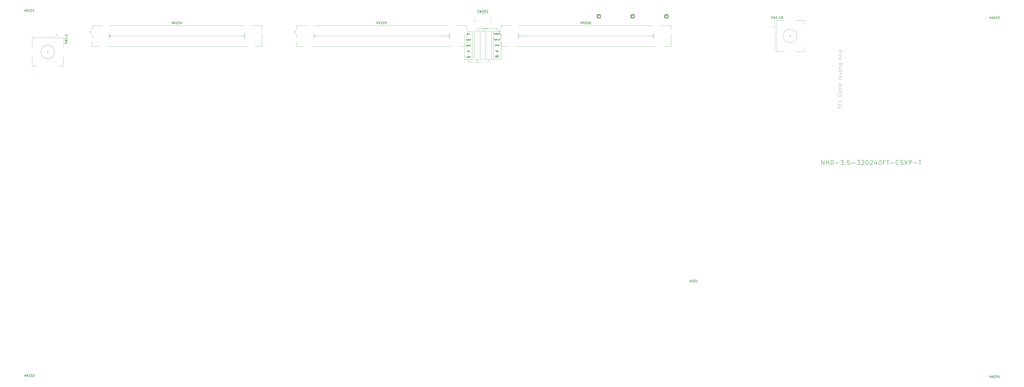
<source format=gbr>
%TF.GenerationSoftware,KiCad,Pcbnew,7.0.1*%
%TF.CreationDate,2023-04-01T22:43:57+02:00*%
%TF.ProjectId,berlin,6265726c-696e-42e6-9b69-6361645f7063,0.7*%
%TF.SameCoordinates,Original*%
%TF.FileFunction,Legend,Top*%
%TF.FilePolarity,Positive*%
%FSLAX46Y46*%
G04 Gerber Fmt 4.6, Leading zero omitted, Abs format (unit mm)*
G04 Created by KiCad (PCBNEW 7.0.1) date 2023-04-01 22:43:57*
%MOMM*%
%LPD*%
G01*
G04 APERTURE LIST*
G04 Aperture macros list*
%AMRoundRect*
0 Rectangle with rounded corners*
0 $1 Rounding radius*
0 $2 $3 $4 $5 $6 $7 $8 $9 X,Y pos of 4 corners*
0 Add a 4 corners polygon primitive as box body*
4,1,4,$2,$3,$4,$5,$6,$7,$8,$9,$2,$3,0*
0 Add four circle primitives for the rounded corners*
1,1,$1+$1,$2,$3*
1,1,$1+$1,$4,$5*
1,1,$1+$1,$6,$7*
1,1,$1+$1,$8,$9*
0 Add four rect primitives between the rounded corners*
20,1,$1+$1,$2,$3,$4,$5,0*
20,1,$1+$1,$4,$5,$6,$7,0*
20,1,$1+$1,$6,$7,$8,$9,0*
20,1,$1+$1,$8,$9,$2,$3,0*%
G04 Aperture macros list end*
%ADD10C,0.150000*%
%ADD11C,0.100000*%
%ADD12C,0.120000*%
%ADD13C,4.250000*%
%ADD14C,1.778000*%
%ADD15RoundRect,0.177800X-0.711200X-0.711200X0.711200X-0.711200X0.711200X0.711200X-0.711200X0.711200X0*%
%ADD16C,1.800000*%
%ADD17R,2.000000X2.000000*%
%ADD18C,2.000000*%
%ADD19R,4.000000X3.000000*%
%ADD20R,3.000000X4.000000*%
%ADD21C,1.596000*%
%ADD22R,1.750000X1.750000*%
%ADD23C,1.750000*%
%ADD24C,2.700000*%
%ADD25C,0.800000*%
%ADD26C,7.000000*%
%ADD27C,3.600000*%
%ADD28C,1.701800*%
%ADD29C,3.987800*%
%ADD30C,3.048000*%
%ADD31C,0.650000*%
%ADD32O,1.100000X2.200000*%
%ADD33O,1.300000X1.900000*%
%ADD34R,1.524000X1.524000*%
%ADD35O,1.524000X1.524000*%
%ADD36C,1.600000*%
%ADD37O,1.600000X1.600000*%
%ADD38C,1.000000*%
%ADD39C,1.200000*%
G04 APERTURE END LIST*
D10*
X386322619Y-103500238D02*
X386322619Y-101500238D01*
X386322619Y-101500238D02*
X387465476Y-103500238D01*
X387465476Y-103500238D02*
X387465476Y-101500238D01*
X388417857Y-103500238D02*
X388417857Y-101500238D01*
X388417857Y-102452619D02*
X389560714Y-102452619D01*
X389560714Y-103500238D02*
X389560714Y-101500238D01*
X390513095Y-103500238D02*
X390513095Y-101500238D01*
X390513095Y-101500238D02*
X390989285Y-101500238D01*
X390989285Y-101500238D02*
X391275000Y-101595476D01*
X391275000Y-101595476D02*
X391465476Y-101785952D01*
X391465476Y-101785952D02*
X391560714Y-101976428D01*
X391560714Y-101976428D02*
X391655952Y-102357380D01*
X391655952Y-102357380D02*
X391655952Y-102643095D01*
X391655952Y-102643095D02*
X391560714Y-103024047D01*
X391560714Y-103024047D02*
X391465476Y-103214523D01*
X391465476Y-103214523D02*
X391275000Y-103405000D01*
X391275000Y-103405000D02*
X390989285Y-103500238D01*
X390989285Y-103500238D02*
X390513095Y-103500238D01*
X392513095Y-102738333D02*
X394036905Y-102738333D01*
X394798809Y-101500238D02*
X396036904Y-101500238D01*
X396036904Y-101500238D02*
X395370237Y-102262142D01*
X395370237Y-102262142D02*
X395655952Y-102262142D01*
X395655952Y-102262142D02*
X395846428Y-102357380D01*
X395846428Y-102357380D02*
X395941666Y-102452619D01*
X395941666Y-102452619D02*
X396036904Y-102643095D01*
X396036904Y-102643095D02*
X396036904Y-103119285D01*
X396036904Y-103119285D02*
X395941666Y-103309761D01*
X395941666Y-103309761D02*
X395846428Y-103405000D01*
X395846428Y-103405000D02*
X395655952Y-103500238D01*
X395655952Y-103500238D02*
X395084523Y-103500238D01*
X395084523Y-103500238D02*
X394894047Y-103405000D01*
X394894047Y-103405000D02*
X394798809Y-103309761D01*
X396894047Y-103309761D02*
X396989285Y-103405000D01*
X396989285Y-103405000D02*
X396894047Y-103500238D01*
X396894047Y-103500238D02*
X396798809Y-103405000D01*
X396798809Y-103405000D02*
X396894047Y-103309761D01*
X396894047Y-103309761D02*
X396894047Y-103500238D01*
X398798809Y-101500238D02*
X397846428Y-101500238D01*
X397846428Y-101500238D02*
X397751190Y-102452619D01*
X397751190Y-102452619D02*
X397846428Y-102357380D01*
X397846428Y-102357380D02*
X398036904Y-102262142D01*
X398036904Y-102262142D02*
X398513095Y-102262142D01*
X398513095Y-102262142D02*
X398703571Y-102357380D01*
X398703571Y-102357380D02*
X398798809Y-102452619D01*
X398798809Y-102452619D02*
X398894047Y-102643095D01*
X398894047Y-102643095D02*
X398894047Y-103119285D01*
X398894047Y-103119285D02*
X398798809Y-103309761D01*
X398798809Y-103309761D02*
X398703571Y-103405000D01*
X398703571Y-103405000D02*
X398513095Y-103500238D01*
X398513095Y-103500238D02*
X398036904Y-103500238D01*
X398036904Y-103500238D02*
X397846428Y-103405000D01*
X397846428Y-103405000D02*
X397751190Y-103309761D01*
X399751190Y-102738333D02*
X401275000Y-102738333D01*
X402036904Y-101500238D02*
X403274999Y-101500238D01*
X403274999Y-101500238D02*
X402608332Y-102262142D01*
X402608332Y-102262142D02*
X402894047Y-102262142D01*
X402894047Y-102262142D02*
X403084523Y-102357380D01*
X403084523Y-102357380D02*
X403179761Y-102452619D01*
X403179761Y-102452619D02*
X403274999Y-102643095D01*
X403274999Y-102643095D02*
X403274999Y-103119285D01*
X403274999Y-103119285D02*
X403179761Y-103309761D01*
X403179761Y-103309761D02*
X403084523Y-103405000D01*
X403084523Y-103405000D02*
X402894047Y-103500238D01*
X402894047Y-103500238D02*
X402322618Y-103500238D01*
X402322618Y-103500238D02*
X402132142Y-103405000D01*
X402132142Y-103405000D02*
X402036904Y-103309761D01*
X404036904Y-101690714D02*
X404132142Y-101595476D01*
X404132142Y-101595476D02*
X404322618Y-101500238D01*
X404322618Y-101500238D02*
X404798809Y-101500238D01*
X404798809Y-101500238D02*
X404989285Y-101595476D01*
X404989285Y-101595476D02*
X405084523Y-101690714D01*
X405084523Y-101690714D02*
X405179761Y-101881190D01*
X405179761Y-101881190D02*
X405179761Y-102071666D01*
X405179761Y-102071666D02*
X405084523Y-102357380D01*
X405084523Y-102357380D02*
X403941666Y-103500238D01*
X403941666Y-103500238D02*
X405179761Y-103500238D01*
X406417856Y-101500238D02*
X406608333Y-101500238D01*
X406608333Y-101500238D02*
X406798809Y-101595476D01*
X406798809Y-101595476D02*
X406894047Y-101690714D01*
X406894047Y-101690714D02*
X406989285Y-101881190D01*
X406989285Y-101881190D02*
X407084523Y-102262142D01*
X407084523Y-102262142D02*
X407084523Y-102738333D01*
X407084523Y-102738333D02*
X406989285Y-103119285D01*
X406989285Y-103119285D02*
X406894047Y-103309761D01*
X406894047Y-103309761D02*
X406798809Y-103405000D01*
X406798809Y-103405000D02*
X406608333Y-103500238D01*
X406608333Y-103500238D02*
X406417856Y-103500238D01*
X406417856Y-103500238D02*
X406227380Y-103405000D01*
X406227380Y-103405000D02*
X406132142Y-103309761D01*
X406132142Y-103309761D02*
X406036904Y-103119285D01*
X406036904Y-103119285D02*
X405941666Y-102738333D01*
X405941666Y-102738333D02*
X405941666Y-102262142D01*
X405941666Y-102262142D02*
X406036904Y-101881190D01*
X406036904Y-101881190D02*
X406132142Y-101690714D01*
X406132142Y-101690714D02*
X406227380Y-101595476D01*
X406227380Y-101595476D02*
X406417856Y-101500238D01*
X407846428Y-101690714D02*
X407941666Y-101595476D01*
X407941666Y-101595476D02*
X408132142Y-101500238D01*
X408132142Y-101500238D02*
X408608333Y-101500238D01*
X408608333Y-101500238D02*
X408798809Y-101595476D01*
X408798809Y-101595476D02*
X408894047Y-101690714D01*
X408894047Y-101690714D02*
X408989285Y-101881190D01*
X408989285Y-101881190D02*
X408989285Y-102071666D01*
X408989285Y-102071666D02*
X408894047Y-102357380D01*
X408894047Y-102357380D02*
X407751190Y-103500238D01*
X407751190Y-103500238D02*
X408989285Y-103500238D01*
X410703571Y-102166904D02*
X410703571Y-103500238D01*
X410227380Y-101405000D02*
X409751190Y-102833571D01*
X409751190Y-102833571D02*
X410989285Y-102833571D01*
X412132142Y-101500238D02*
X412322619Y-101500238D01*
X412322619Y-101500238D02*
X412513095Y-101595476D01*
X412513095Y-101595476D02*
X412608333Y-101690714D01*
X412608333Y-101690714D02*
X412703571Y-101881190D01*
X412703571Y-101881190D02*
X412798809Y-102262142D01*
X412798809Y-102262142D02*
X412798809Y-102738333D01*
X412798809Y-102738333D02*
X412703571Y-103119285D01*
X412703571Y-103119285D02*
X412608333Y-103309761D01*
X412608333Y-103309761D02*
X412513095Y-103405000D01*
X412513095Y-103405000D02*
X412322619Y-103500238D01*
X412322619Y-103500238D02*
X412132142Y-103500238D01*
X412132142Y-103500238D02*
X411941666Y-103405000D01*
X411941666Y-103405000D02*
X411846428Y-103309761D01*
X411846428Y-103309761D02*
X411751190Y-103119285D01*
X411751190Y-103119285D02*
X411655952Y-102738333D01*
X411655952Y-102738333D02*
X411655952Y-102262142D01*
X411655952Y-102262142D02*
X411751190Y-101881190D01*
X411751190Y-101881190D02*
X411846428Y-101690714D01*
X411846428Y-101690714D02*
X411941666Y-101595476D01*
X411941666Y-101595476D02*
X412132142Y-101500238D01*
X414322619Y-102452619D02*
X413655952Y-102452619D01*
X413655952Y-103500238D02*
X413655952Y-101500238D01*
X413655952Y-101500238D02*
X414608333Y-101500238D01*
X415084524Y-101500238D02*
X416227381Y-101500238D01*
X415655952Y-103500238D02*
X415655952Y-101500238D01*
X416894048Y-102738333D02*
X418417858Y-102738333D01*
X420513095Y-103309761D02*
X420417857Y-103405000D01*
X420417857Y-103405000D02*
X420132143Y-103500238D01*
X420132143Y-103500238D02*
X419941667Y-103500238D01*
X419941667Y-103500238D02*
X419655952Y-103405000D01*
X419655952Y-103405000D02*
X419465476Y-103214523D01*
X419465476Y-103214523D02*
X419370238Y-103024047D01*
X419370238Y-103024047D02*
X419275000Y-102643095D01*
X419275000Y-102643095D02*
X419275000Y-102357380D01*
X419275000Y-102357380D02*
X419370238Y-101976428D01*
X419370238Y-101976428D02*
X419465476Y-101785952D01*
X419465476Y-101785952D02*
X419655952Y-101595476D01*
X419655952Y-101595476D02*
X419941667Y-101500238D01*
X419941667Y-101500238D02*
X420132143Y-101500238D01*
X420132143Y-101500238D02*
X420417857Y-101595476D01*
X420417857Y-101595476D02*
X420513095Y-101690714D01*
X421275000Y-103405000D02*
X421560714Y-103500238D01*
X421560714Y-103500238D02*
X422036905Y-103500238D01*
X422036905Y-103500238D02*
X422227381Y-103405000D01*
X422227381Y-103405000D02*
X422322619Y-103309761D01*
X422322619Y-103309761D02*
X422417857Y-103119285D01*
X422417857Y-103119285D02*
X422417857Y-102928809D01*
X422417857Y-102928809D02*
X422322619Y-102738333D01*
X422322619Y-102738333D02*
X422227381Y-102643095D01*
X422227381Y-102643095D02*
X422036905Y-102547857D01*
X422036905Y-102547857D02*
X421655952Y-102452619D01*
X421655952Y-102452619D02*
X421465476Y-102357380D01*
X421465476Y-102357380D02*
X421370238Y-102262142D01*
X421370238Y-102262142D02*
X421275000Y-102071666D01*
X421275000Y-102071666D02*
X421275000Y-101881190D01*
X421275000Y-101881190D02*
X421370238Y-101690714D01*
X421370238Y-101690714D02*
X421465476Y-101595476D01*
X421465476Y-101595476D02*
X421655952Y-101500238D01*
X421655952Y-101500238D02*
X422132143Y-101500238D01*
X422132143Y-101500238D02*
X422417857Y-101595476D01*
X423084524Y-101500238D02*
X424417857Y-103500238D01*
X424417857Y-101500238D02*
X423084524Y-103500238D01*
X425179762Y-103500238D02*
X425179762Y-101500238D01*
X425179762Y-101500238D02*
X425941667Y-101500238D01*
X425941667Y-101500238D02*
X426132143Y-101595476D01*
X426132143Y-101595476D02*
X426227381Y-101690714D01*
X426227381Y-101690714D02*
X426322619Y-101881190D01*
X426322619Y-101881190D02*
X426322619Y-102166904D01*
X426322619Y-102166904D02*
X426227381Y-102357380D01*
X426227381Y-102357380D02*
X426132143Y-102452619D01*
X426132143Y-102452619D02*
X425941667Y-102547857D01*
X425941667Y-102547857D02*
X425179762Y-102547857D01*
X427179762Y-102738333D02*
X428703572Y-102738333D01*
X429370238Y-101500238D02*
X430513095Y-101500238D01*
X429941666Y-103500238D02*
X429941666Y-101500238D01*
D11*
X394383214Y-77867856D02*
X394383214Y-78367856D01*
X395168928Y-78367856D02*
X393668928Y-78367856D01*
X393668928Y-78367856D02*
X393668928Y-77653570D01*
X394383214Y-76582142D02*
X394383214Y-77082142D01*
X395168928Y-77082142D02*
X393668928Y-77082142D01*
X393668928Y-77082142D02*
X393668928Y-76367856D01*
X395026071Y-74939285D02*
X395097500Y-75010713D01*
X395097500Y-75010713D02*
X395168928Y-75224999D01*
X395168928Y-75224999D02*
X395168928Y-75367856D01*
X395168928Y-75367856D02*
X395097500Y-75582142D01*
X395097500Y-75582142D02*
X394954642Y-75724999D01*
X394954642Y-75724999D02*
X394811785Y-75796428D01*
X394811785Y-75796428D02*
X394526071Y-75867856D01*
X394526071Y-75867856D02*
X394311785Y-75867856D01*
X394311785Y-75867856D02*
X394026071Y-75796428D01*
X394026071Y-75796428D02*
X393883214Y-75724999D01*
X393883214Y-75724999D02*
X393740357Y-75582142D01*
X393740357Y-75582142D02*
X393668928Y-75367856D01*
X393668928Y-75367856D02*
X393668928Y-75224999D01*
X393668928Y-75224999D02*
X393740357Y-75010713D01*
X393740357Y-75010713D02*
X393811785Y-74939285D01*
X395026071Y-72296428D02*
X395097500Y-72367856D01*
X395097500Y-72367856D02*
X395168928Y-72582142D01*
X395168928Y-72582142D02*
X395168928Y-72724999D01*
X395168928Y-72724999D02*
X395097500Y-72939285D01*
X395097500Y-72939285D02*
X394954642Y-73082142D01*
X394954642Y-73082142D02*
X394811785Y-73153571D01*
X394811785Y-73153571D02*
X394526071Y-73224999D01*
X394526071Y-73224999D02*
X394311785Y-73224999D01*
X394311785Y-73224999D02*
X394026071Y-73153571D01*
X394026071Y-73153571D02*
X393883214Y-73082142D01*
X393883214Y-73082142D02*
X393740357Y-72939285D01*
X393740357Y-72939285D02*
X393668928Y-72724999D01*
X393668928Y-72724999D02*
X393668928Y-72582142D01*
X393668928Y-72582142D02*
X393740357Y-72367856D01*
X393740357Y-72367856D02*
X393811785Y-72296428D01*
X395168928Y-71010714D02*
X394383214Y-71010714D01*
X394383214Y-71010714D02*
X394240357Y-71082142D01*
X394240357Y-71082142D02*
X394168928Y-71224999D01*
X394168928Y-71224999D02*
X394168928Y-71510714D01*
X394168928Y-71510714D02*
X394240357Y-71653571D01*
X395097500Y-71010714D02*
X395168928Y-71153571D01*
X395168928Y-71153571D02*
X395168928Y-71510714D01*
X395168928Y-71510714D02*
X395097500Y-71653571D01*
X395097500Y-71653571D02*
X394954642Y-71724999D01*
X394954642Y-71724999D02*
X394811785Y-71724999D01*
X394811785Y-71724999D02*
X394668928Y-71653571D01*
X394668928Y-71653571D02*
X394597500Y-71510714D01*
X394597500Y-71510714D02*
X394597500Y-71153571D01*
X394597500Y-71153571D02*
X394526071Y-71010714D01*
X395168928Y-70296428D02*
X393668928Y-70296428D01*
X394240357Y-70296428D02*
X394168928Y-70153571D01*
X394168928Y-70153571D02*
X394168928Y-69867856D01*
X394168928Y-69867856D02*
X394240357Y-69724999D01*
X394240357Y-69724999D02*
X394311785Y-69653571D01*
X394311785Y-69653571D02*
X394454642Y-69582142D01*
X394454642Y-69582142D02*
X394883214Y-69582142D01*
X394883214Y-69582142D02*
X395026071Y-69653571D01*
X395026071Y-69653571D02*
X395097500Y-69724999D01*
X395097500Y-69724999D02*
X395168928Y-69867856D01*
X395168928Y-69867856D02*
X395168928Y-70153571D01*
X395168928Y-70153571D02*
X395097500Y-70296428D01*
X395168928Y-68724999D02*
X395097500Y-68867856D01*
X395097500Y-68867856D02*
X394954642Y-68939285D01*
X394954642Y-68939285D02*
X393668928Y-68939285D01*
X395097500Y-67582142D02*
X395168928Y-67724999D01*
X395168928Y-67724999D02*
X395168928Y-68010714D01*
X395168928Y-68010714D02*
X395097500Y-68153571D01*
X395097500Y-68153571D02*
X394954642Y-68224999D01*
X394954642Y-68224999D02*
X394383214Y-68224999D01*
X394383214Y-68224999D02*
X394240357Y-68153571D01*
X394240357Y-68153571D02*
X394168928Y-68010714D01*
X394168928Y-68010714D02*
X394168928Y-67724999D01*
X394168928Y-67724999D02*
X394240357Y-67582142D01*
X394240357Y-67582142D02*
X394383214Y-67510714D01*
X394383214Y-67510714D02*
X394526071Y-67510714D01*
X394526071Y-67510714D02*
X394668928Y-68224999D01*
X395168928Y-65725000D02*
X394168928Y-65725000D01*
X394454642Y-65725000D02*
X394311785Y-65653571D01*
X394311785Y-65653571D02*
X394240357Y-65582143D01*
X394240357Y-65582143D02*
X394168928Y-65439285D01*
X394168928Y-65439285D02*
X394168928Y-65296428D01*
X395168928Y-64582143D02*
X395097500Y-64725000D01*
X395097500Y-64725000D02*
X395026071Y-64796429D01*
X395026071Y-64796429D02*
X394883214Y-64867857D01*
X394883214Y-64867857D02*
X394454642Y-64867857D01*
X394454642Y-64867857D02*
X394311785Y-64796429D01*
X394311785Y-64796429D02*
X394240357Y-64725000D01*
X394240357Y-64725000D02*
X394168928Y-64582143D01*
X394168928Y-64582143D02*
X394168928Y-64367857D01*
X394168928Y-64367857D02*
X394240357Y-64225000D01*
X394240357Y-64225000D02*
X394311785Y-64153572D01*
X394311785Y-64153572D02*
X394454642Y-64082143D01*
X394454642Y-64082143D02*
X394883214Y-64082143D01*
X394883214Y-64082143D02*
X395026071Y-64153572D01*
X395026071Y-64153572D02*
X395097500Y-64225000D01*
X395097500Y-64225000D02*
X395168928Y-64367857D01*
X395168928Y-64367857D02*
X395168928Y-64582143D01*
X394168928Y-62796429D02*
X395168928Y-62796429D01*
X394168928Y-63439286D02*
X394954642Y-63439286D01*
X394954642Y-63439286D02*
X395097500Y-63367857D01*
X395097500Y-63367857D02*
X395168928Y-63225000D01*
X395168928Y-63225000D02*
X395168928Y-63010714D01*
X395168928Y-63010714D02*
X395097500Y-62867857D01*
X395097500Y-62867857D02*
X395026071Y-62796429D01*
X394168928Y-62296428D02*
X394168928Y-61725000D01*
X393668928Y-62082143D02*
X394954642Y-62082143D01*
X394954642Y-62082143D02*
X395097500Y-62010714D01*
X395097500Y-62010714D02*
X395168928Y-61867857D01*
X395168928Y-61867857D02*
X395168928Y-61725000D01*
X395168928Y-61225000D02*
X394168928Y-61225000D01*
X393668928Y-61225000D02*
X393740357Y-61296428D01*
X393740357Y-61296428D02*
X393811785Y-61225000D01*
X393811785Y-61225000D02*
X393740357Y-61153571D01*
X393740357Y-61153571D02*
X393668928Y-61225000D01*
X393668928Y-61225000D02*
X393811785Y-61225000D01*
X394168928Y-60510714D02*
X395168928Y-60510714D01*
X394311785Y-60510714D02*
X394240357Y-60439285D01*
X394240357Y-60439285D02*
X394168928Y-60296428D01*
X394168928Y-60296428D02*
X394168928Y-60082142D01*
X394168928Y-60082142D02*
X394240357Y-59939285D01*
X394240357Y-59939285D02*
X394383214Y-59867857D01*
X394383214Y-59867857D02*
X395168928Y-59867857D01*
X394168928Y-58510714D02*
X395383214Y-58510714D01*
X395383214Y-58510714D02*
X395526071Y-58582142D01*
X395526071Y-58582142D02*
X395597500Y-58653571D01*
X395597500Y-58653571D02*
X395668928Y-58796428D01*
X395668928Y-58796428D02*
X395668928Y-59010714D01*
X395668928Y-59010714D02*
X395597500Y-59153571D01*
X395097500Y-58510714D02*
X395168928Y-58653571D01*
X395168928Y-58653571D02*
X395168928Y-58939285D01*
X395168928Y-58939285D02*
X395097500Y-59082142D01*
X395097500Y-59082142D02*
X395026071Y-59153571D01*
X395026071Y-59153571D02*
X394883214Y-59224999D01*
X394883214Y-59224999D02*
X394454642Y-59224999D01*
X394454642Y-59224999D02*
X394311785Y-59153571D01*
X394311785Y-59153571D02*
X394240357Y-59082142D01*
X394240357Y-59082142D02*
X394168928Y-58939285D01*
X394168928Y-58939285D02*
X394168928Y-58653571D01*
X394168928Y-58653571D02*
X394240357Y-58510714D01*
X395168928Y-56653571D02*
X393668928Y-56653571D01*
X395168928Y-56010714D02*
X394383214Y-56010714D01*
X394383214Y-56010714D02*
X394240357Y-56082142D01*
X394240357Y-56082142D02*
X394168928Y-56224999D01*
X394168928Y-56224999D02*
X394168928Y-56439285D01*
X394168928Y-56439285D02*
X394240357Y-56582142D01*
X394240357Y-56582142D02*
X394311785Y-56653571D01*
X395168928Y-55082142D02*
X395097500Y-55224999D01*
X395097500Y-55224999D02*
X395026071Y-55296428D01*
X395026071Y-55296428D02*
X394883214Y-55367856D01*
X394883214Y-55367856D02*
X394454642Y-55367856D01*
X394454642Y-55367856D02*
X394311785Y-55296428D01*
X394311785Y-55296428D02*
X394240357Y-55224999D01*
X394240357Y-55224999D02*
X394168928Y-55082142D01*
X394168928Y-55082142D02*
X394168928Y-54867856D01*
X394168928Y-54867856D02*
X394240357Y-54724999D01*
X394240357Y-54724999D02*
X394311785Y-54653571D01*
X394311785Y-54653571D02*
X394454642Y-54582142D01*
X394454642Y-54582142D02*
X394883214Y-54582142D01*
X394883214Y-54582142D02*
X395026071Y-54653571D01*
X395026071Y-54653571D02*
X395097500Y-54724999D01*
X395097500Y-54724999D02*
X395168928Y-54867856D01*
X395168928Y-54867856D02*
X395168928Y-55082142D01*
X395168928Y-53724999D02*
X395097500Y-53867856D01*
X395097500Y-53867856D02*
X394954642Y-53939285D01*
X394954642Y-53939285D02*
X393668928Y-53939285D01*
X395097500Y-52582142D02*
X395168928Y-52724999D01*
X395168928Y-52724999D02*
X395168928Y-53010714D01*
X395168928Y-53010714D02*
X395097500Y-53153571D01*
X395097500Y-53153571D02*
X394954642Y-53224999D01*
X394954642Y-53224999D02*
X394383214Y-53224999D01*
X394383214Y-53224999D02*
X394240357Y-53153571D01*
X394240357Y-53153571D02*
X394168928Y-53010714D01*
X394168928Y-53010714D02*
X394168928Y-52724999D01*
X394168928Y-52724999D02*
X394240357Y-52582142D01*
X394240357Y-52582142D02*
X394383214Y-52510714D01*
X394383214Y-52510714D02*
X394526071Y-52510714D01*
X394526071Y-52510714D02*
X394668928Y-53224999D01*
D10*
%TO.C,SW1\u002C16*%
X364148191Y-38590000D02*
X364291048Y-38637619D01*
X364291048Y-38637619D02*
X364529143Y-38637619D01*
X364529143Y-38637619D02*
X364624381Y-38590000D01*
X364624381Y-38590000D02*
X364672000Y-38542380D01*
X364672000Y-38542380D02*
X364719619Y-38447142D01*
X364719619Y-38447142D02*
X364719619Y-38351904D01*
X364719619Y-38351904D02*
X364672000Y-38256666D01*
X364672000Y-38256666D02*
X364624381Y-38209047D01*
X364624381Y-38209047D02*
X364529143Y-38161428D01*
X364529143Y-38161428D02*
X364338667Y-38113809D01*
X364338667Y-38113809D02*
X364243429Y-38066190D01*
X364243429Y-38066190D02*
X364195810Y-38018571D01*
X364195810Y-38018571D02*
X364148191Y-37923333D01*
X364148191Y-37923333D02*
X364148191Y-37828095D01*
X364148191Y-37828095D02*
X364195810Y-37732857D01*
X364195810Y-37732857D02*
X364243429Y-37685238D01*
X364243429Y-37685238D02*
X364338667Y-37637619D01*
X364338667Y-37637619D02*
X364576762Y-37637619D01*
X364576762Y-37637619D02*
X364719619Y-37685238D01*
X365052953Y-37637619D02*
X365291048Y-38637619D01*
X365291048Y-38637619D02*
X365481524Y-37923333D01*
X365481524Y-37923333D02*
X365672000Y-38637619D01*
X365672000Y-38637619D02*
X365910096Y-37637619D01*
X366814857Y-38637619D02*
X366243429Y-38637619D01*
X366529143Y-38637619D02*
X366529143Y-37637619D01*
X366529143Y-37637619D02*
X366433905Y-37780476D01*
X366433905Y-37780476D02*
X366338667Y-37875714D01*
X366338667Y-37875714D02*
X366243429Y-37923333D01*
X367291048Y-38590000D02*
X367291048Y-38637619D01*
X367291048Y-38637619D02*
X367243429Y-38732857D01*
X367243429Y-38732857D02*
X367195810Y-38780476D01*
X368243428Y-38637619D02*
X367672000Y-38637619D01*
X367957714Y-38637619D02*
X367957714Y-37637619D01*
X367957714Y-37637619D02*
X367862476Y-37780476D01*
X367862476Y-37780476D02*
X367767238Y-37875714D01*
X367767238Y-37875714D02*
X367672000Y-37923333D01*
X369100571Y-37637619D02*
X368910095Y-37637619D01*
X368910095Y-37637619D02*
X368814857Y-37685238D01*
X368814857Y-37685238D02*
X368767238Y-37732857D01*
X368767238Y-37732857D02*
X368672000Y-37875714D01*
X368672000Y-37875714D02*
X368624381Y-38066190D01*
X368624381Y-38066190D02*
X368624381Y-38447142D01*
X368624381Y-38447142D02*
X368672000Y-38542380D01*
X368672000Y-38542380D02*
X368719619Y-38590000D01*
X368719619Y-38590000D02*
X368814857Y-38637619D01*
X368814857Y-38637619D02*
X369005333Y-38637619D01*
X369005333Y-38637619D02*
X369100571Y-38590000D01*
X369100571Y-38590000D02*
X369148190Y-38542380D01*
X369148190Y-38542380D02*
X369195809Y-38447142D01*
X369195809Y-38447142D02*
X369195809Y-38209047D01*
X369195809Y-38209047D02*
X369148190Y-38113809D01*
X369148190Y-38113809D02*
X369100571Y-38066190D01*
X369100571Y-38066190D02*
X369005333Y-38018571D01*
X369005333Y-38018571D02*
X368814857Y-38018571D01*
X368814857Y-38018571D02*
X368719619Y-38066190D01*
X368719619Y-38066190D02*
X368672000Y-38113809D01*
X368672000Y-38113809D02*
X368624381Y-38209047D01*
%TO.C,SW1\u002C1*%
X52315000Y-49730618D02*
X52362619Y-49587761D01*
X52362619Y-49587761D02*
X52362619Y-49349666D01*
X52362619Y-49349666D02*
X52315000Y-49254428D01*
X52315000Y-49254428D02*
X52267380Y-49206809D01*
X52267380Y-49206809D02*
X52172142Y-49159190D01*
X52172142Y-49159190D02*
X52076904Y-49159190D01*
X52076904Y-49159190D02*
X51981666Y-49206809D01*
X51981666Y-49206809D02*
X51934047Y-49254428D01*
X51934047Y-49254428D02*
X51886428Y-49349666D01*
X51886428Y-49349666D02*
X51838809Y-49540142D01*
X51838809Y-49540142D02*
X51791190Y-49635380D01*
X51791190Y-49635380D02*
X51743571Y-49682999D01*
X51743571Y-49682999D02*
X51648333Y-49730618D01*
X51648333Y-49730618D02*
X51553095Y-49730618D01*
X51553095Y-49730618D02*
X51457857Y-49682999D01*
X51457857Y-49682999D02*
X51410238Y-49635380D01*
X51410238Y-49635380D02*
X51362619Y-49540142D01*
X51362619Y-49540142D02*
X51362619Y-49302047D01*
X51362619Y-49302047D02*
X51410238Y-49159190D01*
X51362619Y-48825856D02*
X52362619Y-48587761D01*
X52362619Y-48587761D02*
X51648333Y-48397285D01*
X51648333Y-48397285D02*
X52362619Y-48206809D01*
X52362619Y-48206809D02*
X51362619Y-47968714D01*
X52362619Y-47063952D02*
X52362619Y-47635380D01*
X52362619Y-47349666D02*
X51362619Y-47349666D01*
X51362619Y-47349666D02*
X51505476Y-47444904D01*
X51505476Y-47444904D02*
X51600714Y-47540142D01*
X51600714Y-47540142D02*
X51648333Y-47635380D01*
X52315000Y-46587761D02*
X52362619Y-46587761D01*
X52362619Y-46587761D02*
X52457857Y-46635380D01*
X52457857Y-46635380D02*
X52505476Y-46682999D01*
X52362619Y-45635381D02*
X52362619Y-46206809D01*
X52362619Y-45921095D02*
X51362619Y-45921095D01*
X51362619Y-45921095D02*
X51505476Y-46016333D01*
X51505476Y-46016333D02*
X51600714Y-46111571D01*
X51600714Y-46111571D02*
X51648333Y-46206809D01*
%TO.C,HA201*%
X33532143Y-35537619D02*
X33532143Y-34537619D01*
X33532143Y-35013809D02*
X34103571Y-35013809D01*
X34103571Y-35537619D02*
X34103571Y-34537619D01*
X34532143Y-35251904D02*
X35008333Y-35251904D01*
X34436905Y-35537619D02*
X34770238Y-34537619D01*
X34770238Y-34537619D02*
X35103571Y-35537619D01*
X35389286Y-34632857D02*
X35436905Y-34585238D01*
X35436905Y-34585238D02*
X35532143Y-34537619D01*
X35532143Y-34537619D02*
X35770238Y-34537619D01*
X35770238Y-34537619D02*
X35865476Y-34585238D01*
X35865476Y-34585238D02*
X35913095Y-34632857D01*
X35913095Y-34632857D02*
X35960714Y-34728095D01*
X35960714Y-34728095D02*
X35960714Y-34823333D01*
X35960714Y-34823333D02*
X35913095Y-34966190D01*
X35913095Y-34966190D02*
X35341667Y-35537619D01*
X35341667Y-35537619D02*
X35960714Y-35537619D01*
X36579762Y-34537619D02*
X36675000Y-34537619D01*
X36675000Y-34537619D02*
X36770238Y-34585238D01*
X36770238Y-34585238D02*
X36817857Y-34632857D01*
X36817857Y-34632857D02*
X36865476Y-34728095D01*
X36865476Y-34728095D02*
X36913095Y-34918571D01*
X36913095Y-34918571D02*
X36913095Y-35156666D01*
X36913095Y-35156666D02*
X36865476Y-35347142D01*
X36865476Y-35347142D02*
X36817857Y-35442380D01*
X36817857Y-35442380D02*
X36770238Y-35490000D01*
X36770238Y-35490000D02*
X36675000Y-35537619D01*
X36675000Y-35537619D02*
X36579762Y-35537619D01*
X36579762Y-35537619D02*
X36484524Y-35490000D01*
X36484524Y-35490000D02*
X36436905Y-35442380D01*
X36436905Y-35442380D02*
X36389286Y-35347142D01*
X36389286Y-35347142D02*
X36341667Y-35156666D01*
X36341667Y-35156666D02*
X36341667Y-34918571D01*
X36341667Y-34918571D02*
X36389286Y-34728095D01*
X36389286Y-34728095D02*
X36436905Y-34632857D01*
X36436905Y-34632857D02*
X36484524Y-34585238D01*
X36484524Y-34585238D02*
X36579762Y-34537619D01*
X37865476Y-35537619D02*
X37294048Y-35537619D01*
X37579762Y-35537619D02*
X37579762Y-34537619D01*
X37579762Y-34537619D02*
X37484524Y-34680476D01*
X37484524Y-34680476D02*
X37389286Y-34775714D01*
X37389286Y-34775714D02*
X37294048Y-34823333D01*
%TO.C,RV204*%
X99423630Y-41037619D02*
X99090297Y-40561428D01*
X98852202Y-41037619D02*
X98852202Y-40037619D01*
X98852202Y-40037619D02*
X99233154Y-40037619D01*
X99233154Y-40037619D02*
X99328392Y-40085238D01*
X99328392Y-40085238D02*
X99376011Y-40132857D01*
X99376011Y-40132857D02*
X99423630Y-40228095D01*
X99423630Y-40228095D02*
X99423630Y-40370952D01*
X99423630Y-40370952D02*
X99376011Y-40466190D01*
X99376011Y-40466190D02*
X99328392Y-40513809D01*
X99328392Y-40513809D02*
X99233154Y-40561428D01*
X99233154Y-40561428D02*
X98852202Y-40561428D01*
X99709345Y-40037619D02*
X100042678Y-41037619D01*
X100042678Y-41037619D02*
X100376011Y-40037619D01*
X100661726Y-40132857D02*
X100709345Y-40085238D01*
X100709345Y-40085238D02*
X100804583Y-40037619D01*
X100804583Y-40037619D02*
X101042678Y-40037619D01*
X101042678Y-40037619D02*
X101137916Y-40085238D01*
X101137916Y-40085238D02*
X101185535Y-40132857D01*
X101185535Y-40132857D02*
X101233154Y-40228095D01*
X101233154Y-40228095D02*
X101233154Y-40323333D01*
X101233154Y-40323333D02*
X101185535Y-40466190D01*
X101185535Y-40466190D02*
X100614107Y-41037619D01*
X100614107Y-41037619D02*
X101233154Y-41037619D01*
X101852202Y-40037619D02*
X101947440Y-40037619D01*
X101947440Y-40037619D02*
X102042678Y-40085238D01*
X102042678Y-40085238D02*
X102090297Y-40132857D01*
X102090297Y-40132857D02*
X102137916Y-40228095D01*
X102137916Y-40228095D02*
X102185535Y-40418571D01*
X102185535Y-40418571D02*
X102185535Y-40656666D01*
X102185535Y-40656666D02*
X102137916Y-40847142D01*
X102137916Y-40847142D02*
X102090297Y-40942380D01*
X102090297Y-40942380D02*
X102042678Y-40990000D01*
X102042678Y-40990000D02*
X101947440Y-41037619D01*
X101947440Y-41037619D02*
X101852202Y-41037619D01*
X101852202Y-41037619D02*
X101756964Y-40990000D01*
X101756964Y-40990000D02*
X101709345Y-40942380D01*
X101709345Y-40942380D02*
X101661726Y-40847142D01*
X101661726Y-40847142D02*
X101614107Y-40656666D01*
X101614107Y-40656666D02*
X101614107Y-40418571D01*
X101614107Y-40418571D02*
X101661726Y-40228095D01*
X101661726Y-40228095D02*
X101709345Y-40132857D01*
X101709345Y-40132857D02*
X101756964Y-40085238D01*
X101756964Y-40085238D02*
X101852202Y-40037619D01*
X103042678Y-40370952D02*
X103042678Y-41037619D01*
X102804583Y-39990000D02*
X102566488Y-40704285D01*
X102566488Y-40704285D02*
X103185535Y-40704285D01*
%TO.C,H201*%
X328060714Y-155537619D02*
X328060714Y-154537619D01*
X328060714Y-155013809D02*
X328632142Y-155013809D01*
X328632142Y-155537619D02*
X328632142Y-154537619D01*
X329060714Y-154632857D02*
X329108333Y-154585238D01*
X329108333Y-154585238D02*
X329203571Y-154537619D01*
X329203571Y-154537619D02*
X329441666Y-154537619D01*
X329441666Y-154537619D02*
X329536904Y-154585238D01*
X329536904Y-154585238D02*
X329584523Y-154632857D01*
X329584523Y-154632857D02*
X329632142Y-154728095D01*
X329632142Y-154728095D02*
X329632142Y-154823333D01*
X329632142Y-154823333D02*
X329584523Y-154966190D01*
X329584523Y-154966190D02*
X329013095Y-155537619D01*
X329013095Y-155537619D02*
X329632142Y-155537619D01*
X330251190Y-154537619D02*
X330346428Y-154537619D01*
X330346428Y-154537619D02*
X330441666Y-154585238D01*
X330441666Y-154585238D02*
X330489285Y-154632857D01*
X330489285Y-154632857D02*
X330536904Y-154728095D01*
X330536904Y-154728095D02*
X330584523Y-154918571D01*
X330584523Y-154918571D02*
X330584523Y-155156666D01*
X330584523Y-155156666D02*
X330536904Y-155347142D01*
X330536904Y-155347142D02*
X330489285Y-155442380D01*
X330489285Y-155442380D02*
X330441666Y-155490000D01*
X330441666Y-155490000D02*
X330346428Y-155537619D01*
X330346428Y-155537619D02*
X330251190Y-155537619D01*
X330251190Y-155537619D02*
X330155952Y-155490000D01*
X330155952Y-155490000D02*
X330108333Y-155442380D01*
X330108333Y-155442380D02*
X330060714Y-155347142D01*
X330060714Y-155347142D02*
X330013095Y-155156666D01*
X330013095Y-155156666D02*
X330013095Y-154918571D01*
X330013095Y-154918571D02*
X330060714Y-154728095D01*
X330060714Y-154728095D02*
X330108333Y-154632857D01*
X330108333Y-154632857D02*
X330155952Y-154585238D01*
X330155952Y-154585238D02*
X330251190Y-154537619D01*
X331536904Y-155537619D02*
X330965476Y-155537619D01*
X331251190Y-155537619D02*
X331251190Y-154537619D01*
X331251190Y-154537619D02*
X331155952Y-154680476D01*
X331155952Y-154680476D02*
X331060714Y-154775714D01*
X331060714Y-154775714D02*
X330965476Y-154823333D01*
%TO.C,HA204*%
X460732143Y-197937619D02*
X460732143Y-196937619D01*
X460732143Y-197413809D02*
X461303571Y-197413809D01*
X461303571Y-197937619D02*
X461303571Y-196937619D01*
X461732143Y-197651904D02*
X462208333Y-197651904D01*
X461636905Y-197937619D02*
X461970238Y-196937619D01*
X461970238Y-196937619D02*
X462303571Y-197937619D01*
X462589286Y-197032857D02*
X462636905Y-196985238D01*
X462636905Y-196985238D02*
X462732143Y-196937619D01*
X462732143Y-196937619D02*
X462970238Y-196937619D01*
X462970238Y-196937619D02*
X463065476Y-196985238D01*
X463065476Y-196985238D02*
X463113095Y-197032857D01*
X463113095Y-197032857D02*
X463160714Y-197128095D01*
X463160714Y-197128095D02*
X463160714Y-197223333D01*
X463160714Y-197223333D02*
X463113095Y-197366190D01*
X463113095Y-197366190D02*
X462541667Y-197937619D01*
X462541667Y-197937619D02*
X463160714Y-197937619D01*
X463779762Y-196937619D02*
X463875000Y-196937619D01*
X463875000Y-196937619D02*
X463970238Y-196985238D01*
X463970238Y-196985238D02*
X464017857Y-197032857D01*
X464017857Y-197032857D02*
X464065476Y-197128095D01*
X464065476Y-197128095D02*
X464113095Y-197318571D01*
X464113095Y-197318571D02*
X464113095Y-197556666D01*
X464113095Y-197556666D02*
X464065476Y-197747142D01*
X464065476Y-197747142D02*
X464017857Y-197842380D01*
X464017857Y-197842380D02*
X463970238Y-197890000D01*
X463970238Y-197890000D02*
X463875000Y-197937619D01*
X463875000Y-197937619D02*
X463779762Y-197937619D01*
X463779762Y-197937619D02*
X463684524Y-197890000D01*
X463684524Y-197890000D02*
X463636905Y-197842380D01*
X463636905Y-197842380D02*
X463589286Y-197747142D01*
X463589286Y-197747142D02*
X463541667Y-197556666D01*
X463541667Y-197556666D02*
X463541667Y-197318571D01*
X463541667Y-197318571D02*
X463589286Y-197128095D01*
X463589286Y-197128095D02*
X463636905Y-197032857D01*
X463636905Y-197032857D02*
X463684524Y-196985238D01*
X463684524Y-196985238D02*
X463779762Y-196937619D01*
X464970238Y-197270952D02*
X464970238Y-197937619D01*
X464732143Y-196890000D02*
X464494048Y-197604285D01*
X464494048Y-197604285D02*
X465113095Y-197604285D01*
%TO.C,SW202*%
X234089286Y-35840000D02*
X234232143Y-35887619D01*
X234232143Y-35887619D02*
X234470238Y-35887619D01*
X234470238Y-35887619D02*
X234565476Y-35840000D01*
X234565476Y-35840000D02*
X234613095Y-35792380D01*
X234613095Y-35792380D02*
X234660714Y-35697142D01*
X234660714Y-35697142D02*
X234660714Y-35601904D01*
X234660714Y-35601904D02*
X234613095Y-35506666D01*
X234613095Y-35506666D02*
X234565476Y-35459047D01*
X234565476Y-35459047D02*
X234470238Y-35411428D01*
X234470238Y-35411428D02*
X234279762Y-35363809D01*
X234279762Y-35363809D02*
X234184524Y-35316190D01*
X234184524Y-35316190D02*
X234136905Y-35268571D01*
X234136905Y-35268571D02*
X234089286Y-35173333D01*
X234089286Y-35173333D02*
X234089286Y-35078095D01*
X234089286Y-35078095D02*
X234136905Y-34982857D01*
X234136905Y-34982857D02*
X234184524Y-34935238D01*
X234184524Y-34935238D02*
X234279762Y-34887619D01*
X234279762Y-34887619D02*
X234517857Y-34887619D01*
X234517857Y-34887619D02*
X234660714Y-34935238D01*
X234994048Y-34887619D02*
X235232143Y-35887619D01*
X235232143Y-35887619D02*
X235422619Y-35173333D01*
X235422619Y-35173333D02*
X235613095Y-35887619D01*
X235613095Y-35887619D02*
X235851191Y-34887619D01*
X236184524Y-34982857D02*
X236232143Y-34935238D01*
X236232143Y-34935238D02*
X236327381Y-34887619D01*
X236327381Y-34887619D02*
X236565476Y-34887619D01*
X236565476Y-34887619D02*
X236660714Y-34935238D01*
X236660714Y-34935238D02*
X236708333Y-34982857D01*
X236708333Y-34982857D02*
X236755952Y-35078095D01*
X236755952Y-35078095D02*
X236755952Y-35173333D01*
X236755952Y-35173333D02*
X236708333Y-35316190D01*
X236708333Y-35316190D02*
X236136905Y-35887619D01*
X236136905Y-35887619D02*
X236755952Y-35887619D01*
X237375000Y-34887619D02*
X237470238Y-34887619D01*
X237470238Y-34887619D02*
X237565476Y-34935238D01*
X237565476Y-34935238D02*
X237613095Y-34982857D01*
X237613095Y-34982857D02*
X237660714Y-35078095D01*
X237660714Y-35078095D02*
X237708333Y-35268571D01*
X237708333Y-35268571D02*
X237708333Y-35506666D01*
X237708333Y-35506666D02*
X237660714Y-35697142D01*
X237660714Y-35697142D02*
X237613095Y-35792380D01*
X237613095Y-35792380D02*
X237565476Y-35840000D01*
X237565476Y-35840000D02*
X237470238Y-35887619D01*
X237470238Y-35887619D02*
X237375000Y-35887619D01*
X237375000Y-35887619D02*
X237279762Y-35840000D01*
X237279762Y-35840000D02*
X237232143Y-35792380D01*
X237232143Y-35792380D02*
X237184524Y-35697142D01*
X237184524Y-35697142D02*
X237136905Y-35506666D01*
X237136905Y-35506666D02*
X237136905Y-35268571D01*
X237136905Y-35268571D02*
X237184524Y-35078095D01*
X237184524Y-35078095D02*
X237232143Y-34982857D01*
X237232143Y-34982857D02*
X237279762Y-34935238D01*
X237279762Y-34935238D02*
X237375000Y-34887619D01*
X238089286Y-34982857D02*
X238136905Y-34935238D01*
X238136905Y-34935238D02*
X238232143Y-34887619D01*
X238232143Y-34887619D02*
X238470238Y-34887619D01*
X238470238Y-34887619D02*
X238565476Y-34935238D01*
X238565476Y-34935238D02*
X238613095Y-34982857D01*
X238613095Y-34982857D02*
X238660714Y-35078095D01*
X238660714Y-35078095D02*
X238660714Y-35173333D01*
X238660714Y-35173333D02*
X238613095Y-35316190D01*
X238613095Y-35316190D02*
X238041667Y-35887619D01*
X238041667Y-35887619D02*
X238660714Y-35887619D01*
%TO.C,HA202*%
X33532143Y-197437619D02*
X33532143Y-196437619D01*
X33532143Y-196913809D02*
X34103571Y-196913809D01*
X34103571Y-197437619D02*
X34103571Y-196437619D01*
X34532143Y-197151904D02*
X35008333Y-197151904D01*
X34436905Y-197437619D02*
X34770238Y-196437619D01*
X34770238Y-196437619D02*
X35103571Y-197437619D01*
X35389286Y-196532857D02*
X35436905Y-196485238D01*
X35436905Y-196485238D02*
X35532143Y-196437619D01*
X35532143Y-196437619D02*
X35770238Y-196437619D01*
X35770238Y-196437619D02*
X35865476Y-196485238D01*
X35865476Y-196485238D02*
X35913095Y-196532857D01*
X35913095Y-196532857D02*
X35960714Y-196628095D01*
X35960714Y-196628095D02*
X35960714Y-196723333D01*
X35960714Y-196723333D02*
X35913095Y-196866190D01*
X35913095Y-196866190D02*
X35341667Y-197437619D01*
X35341667Y-197437619D02*
X35960714Y-197437619D01*
X36579762Y-196437619D02*
X36675000Y-196437619D01*
X36675000Y-196437619D02*
X36770238Y-196485238D01*
X36770238Y-196485238D02*
X36817857Y-196532857D01*
X36817857Y-196532857D02*
X36865476Y-196628095D01*
X36865476Y-196628095D02*
X36913095Y-196818571D01*
X36913095Y-196818571D02*
X36913095Y-197056666D01*
X36913095Y-197056666D02*
X36865476Y-197247142D01*
X36865476Y-197247142D02*
X36817857Y-197342380D01*
X36817857Y-197342380D02*
X36770238Y-197390000D01*
X36770238Y-197390000D02*
X36675000Y-197437619D01*
X36675000Y-197437619D02*
X36579762Y-197437619D01*
X36579762Y-197437619D02*
X36484524Y-197390000D01*
X36484524Y-197390000D02*
X36436905Y-197342380D01*
X36436905Y-197342380D02*
X36389286Y-197247142D01*
X36389286Y-197247142D02*
X36341667Y-197056666D01*
X36341667Y-197056666D02*
X36341667Y-196818571D01*
X36341667Y-196818571D02*
X36389286Y-196628095D01*
X36389286Y-196628095D02*
X36436905Y-196532857D01*
X36436905Y-196532857D02*
X36484524Y-196485238D01*
X36484524Y-196485238D02*
X36579762Y-196437619D01*
X37294048Y-196532857D02*
X37341667Y-196485238D01*
X37341667Y-196485238D02*
X37436905Y-196437619D01*
X37436905Y-196437619D02*
X37675000Y-196437619D01*
X37675000Y-196437619D02*
X37770238Y-196485238D01*
X37770238Y-196485238D02*
X37817857Y-196532857D01*
X37817857Y-196532857D02*
X37865476Y-196628095D01*
X37865476Y-196628095D02*
X37865476Y-196723333D01*
X37865476Y-196723333D02*
X37817857Y-196866190D01*
X37817857Y-196866190D02*
X37246429Y-197437619D01*
X37246429Y-197437619D02*
X37865476Y-197437619D01*
%TO.C,RV206*%
X280493880Y-41037619D02*
X280160547Y-40561428D01*
X279922452Y-41037619D02*
X279922452Y-40037619D01*
X279922452Y-40037619D02*
X280303404Y-40037619D01*
X280303404Y-40037619D02*
X280398642Y-40085238D01*
X280398642Y-40085238D02*
X280446261Y-40132857D01*
X280446261Y-40132857D02*
X280493880Y-40228095D01*
X280493880Y-40228095D02*
X280493880Y-40370952D01*
X280493880Y-40370952D02*
X280446261Y-40466190D01*
X280446261Y-40466190D02*
X280398642Y-40513809D01*
X280398642Y-40513809D02*
X280303404Y-40561428D01*
X280303404Y-40561428D02*
X279922452Y-40561428D01*
X280779595Y-40037619D02*
X281112928Y-41037619D01*
X281112928Y-41037619D02*
X281446261Y-40037619D01*
X281731976Y-40132857D02*
X281779595Y-40085238D01*
X281779595Y-40085238D02*
X281874833Y-40037619D01*
X281874833Y-40037619D02*
X282112928Y-40037619D01*
X282112928Y-40037619D02*
X282208166Y-40085238D01*
X282208166Y-40085238D02*
X282255785Y-40132857D01*
X282255785Y-40132857D02*
X282303404Y-40228095D01*
X282303404Y-40228095D02*
X282303404Y-40323333D01*
X282303404Y-40323333D02*
X282255785Y-40466190D01*
X282255785Y-40466190D02*
X281684357Y-41037619D01*
X281684357Y-41037619D02*
X282303404Y-41037619D01*
X282922452Y-40037619D02*
X283017690Y-40037619D01*
X283017690Y-40037619D02*
X283112928Y-40085238D01*
X283112928Y-40085238D02*
X283160547Y-40132857D01*
X283160547Y-40132857D02*
X283208166Y-40228095D01*
X283208166Y-40228095D02*
X283255785Y-40418571D01*
X283255785Y-40418571D02*
X283255785Y-40656666D01*
X283255785Y-40656666D02*
X283208166Y-40847142D01*
X283208166Y-40847142D02*
X283160547Y-40942380D01*
X283160547Y-40942380D02*
X283112928Y-40990000D01*
X283112928Y-40990000D02*
X283017690Y-41037619D01*
X283017690Y-41037619D02*
X282922452Y-41037619D01*
X282922452Y-41037619D02*
X282827214Y-40990000D01*
X282827214Y-40990000D02*
X282779595Y-40942380D01*
X282779595Y-40942380D02*
X282731976Y-40847142D01*
X282731976Y-40847142D02*
X282684357Y-40656666D01*
X282684357Y-40656666D02*
X282684357Y-40418571D01*
X282684357Y-40418571D02*
X282731976Y-40228095D01*
X282731976Y-40228095D02*
X282779595Y-40132857D01*
X282779595Y-40132857D02*
X282827214Y-40085238D01*
X282827214Y-40085238D02*
X282922452Y-40037619D01*
X284112928Y-40037619D02*
X283922452Y-40037619D01*
X283922452Y-40037619D02*
X283827214Y-40085238D01*
X283827214Y-40085238D02*
X283779595Y-40132857D01*
X283779595Y-40132857D02*
X283684357Y-40275714D01*
X283684357Y-40275714D02*
X283636738Y-40466190D01*
X283636738Y-40466190D02*
X283636738Y-40847142D01*
X283636738Y-40847142D02*
X283684357Y-40942380D01*
X283684357Y-40942380D02*
X283731976Y-40990000D01*
X283731976Y-40990000D02*
X283827214Y-41037619D01*
X283827214Y-41037619D02*
X284017690Y-41037619D01*
X284017690Y-41037619D02*
X284112928Y-40990000D01*
X284112928Y-40990000D02*
X284160547Y-40942380D01*
X284160547Y-40942380D02*
X284208166Y-40847142D01*
X284208166Y-40847142D02*
X284208166Y-40609047D01*
X284208166Y-40609047D02*
X284160547Y-40513809D01*
X284160547Y-40513809D02*
X284112928Y-40466190D01*
X284112928Y-40466190D02*
X284017690Y-40418571D01*
X284017690Y-40418571D02*
X283827214Y-40418571D01*
X283827214Y-40418571D02*
X283731976Y-40466190D01*
X283731976Y-40466190D02*
X283684357Y-40513809D01*
X283684357Y-40513809D02*
X283636738Y-40609047D01*
%TO.C,RV205*%
X190006380Y-41037619D02*
X189673047Y-40561428D01*
X189434952Y-41037619D02*
X189434952Y-40037619D01*
X189434952Y-40037619D02*
X189815904Y-40037619D01*
X189815904Y-40037619D02*
X189911142Y-40085238D01*
X189911142Y-40085238D02*
X189958761Y-40132857D01*
X189958761Y-40132857D02*
X190006380Y-40228095D01*
X190006380Y-40228095D02*
X190006380Y-40370952D01*
X190006380Y-40370952D02*
X189958761Y-40466190D01*
X189958761Y-40466190D02*
X189911142Y-40513809D01*
X189911142Y-40513809D02*
X189815904Y-40561428D01*
X189815904Y-40561428D02*
X189434952Y-40561428D01*
X190292095Y-40037619D02*
X190625428Y-41037619D01*
X190625428Y-41037619D02*
X190958761Y-40037619D01*
X191244476Y-40132857D02*
X191292095Y-40085238D01*
X191292095Y-40085238D02*
X191387333Y-40037619D01*
X191387333Y-40037619D02*
X191625428Y-40037619D01*
X191625428Y-40037619D02*
X191720666Y-40085238D01*
X191720666Y-40085238D02*
X191768285Y-40132857D01*
X191768285Y-40132857D02*
X191815904Y-40228095D01*
X191815904Y-40228095D02*
X191815904Y-40323333D01*
X191815904Y-40323333D02*
X191768285Y-40466190D01*
X191768285Y-40466190D02*
X191196857Y-41037619D01*
X191196857Y-41037619D02*
X191815904Y-41037619D01*
X192434952Y-40037619D02*
X192530190Y-40037619D01*
X192530190Y-40037619D02*
X192625428Y-40085238D01*
X192625428Y-40085238D02*
X192673047Y-40132857D01*
X192673047Y-40132857D02*
X192720666Y-40228095D01*
X192720666Y-40228095D02*
X192768285Y-40418571D01*
X192768285Y-40418571D02*
X192768285Y-40656666D01*
X192768285Y-40656666D02*
X192720666Y-40847142D01*
X192720666Y-40847142D02*
X192673047Y-40942380D01*
X192673047Y-40942380D02*
X192625428Y-40990000D01*
X192625428Y-40990000D02*
X192530190Y-41037619D01*
X192530190Y-41037619D02*
X192434952Y-41037619D01*
X192434952Y-41037619D02*
X192339714Y-40990000D01*
X192339714Y-40990000D02*
X192292095Y-40942380D01*
X192292095Y-40942380D02*
X192244476Y-40847142D01*
X192244476Y-40847142D02*
X192196857Y-40656666D01*
X192196857Y-40656666D02*
X192196857Y-40418571D01*
X192196857Y-40418571D02*
X192244476Y-40228095D01*
X192244476Y-40228095D02*
X192292095Y-40132857D01*
X192292095Y-40132857D02*
X192339714Y-40085238D01*
X192339714Y-40085238D02*
X192434952Y-40037619D01*
X193673047Y-40037619D02*
X193196857Y-40037619D01*
X193196857Y-40037619D02*
X193149238Y-40513809D01*
X193149238Y-40513809D02*
X193196857Y-40466190D01*
X193196857Y-40466190D02*
X193292095Y-40418571D01*
X193292095Y-40418571D02*
X193530190Y-40418571D01*
X193530190Y-40418571D02*
X193625428Y-40466190D01*
X193625428Y-40466190D02*
X193673047Y-40513809D01*
X193673047Y-40513809D02*
X193720666Y-40609047D01*
X193720666Y-40609047D02*
X193720666Y-40847142D01*
X193720666Y-40847142D02*
X193673047Y-40942380D01*
X193673047Y-40942380D02*
X193625428Y-40990000D01*
X193625428Y-40990000D02*
X193530190Y-41037619D01*
X193530190Y-41037619D02*
X193292095Y-41037619D01*
X193292095Y-41037619D02*
X193196857Y-40990000D01*
X193196857Y-40990000D02*
X193149238Y-40942380D01*
%TO.C,HA203*%
X460732143Y-38737619D02*
X460732143Y-37737619D01*
X460732143Y-38213809D02*
X461303571Y-38213809D01*
X461303571Y-38737619D02*
X461303571Y-37737619D01*
X461732143Y-38451904D02*
X462208333Y-38451904D01*
X461636905Y-38737619D02*
X461970238Y-37737619D01*
X461970238Y-37737619D02*
X462303571Y-38737619D01*
X462589286Y-37832857D02*
X462636905Y-37785238D01*
X462636905Y-37785238D02*
X462732143Y-37737619D01*
X462732143Y-37737619D02*
X462970238Y-37737619D01*
X462970238Y-37737619D02*
X463065476Y-37785238D01*
X463065476Y-37785238D02*
X463113095Y-37832857D01*
X463113095Y-37832857D02*
X463160714Y-37928095D01*
X463160714Y-37928095D02*
X463160714Y-38023333D01*
X463160714Y-38023333D02*
X463113095Y-38166190D01*
X463113095Y-38166190D02*
X462541667Y-38737619D01*
X462541667Y-38737619D02*
X463160714Y-38737619D01*
X463779762Y-37737619D02*
X463875000Y-37737619D01*
X463875000Y-37737619D02*
X463970238Y-37785238D01*
X463970238Y-37785238D02*
X464017857Y-37832857D01*
X464017857Y-37832857D02*
X464065476Y-37928095D01*
X464065476Y-37928095D02*
X464113095Y-38118571D01*
X464113095Y-38118571D02*
X464113095Y-38356666D01*
X464113095Y-38356666D02*
X464065476Y-38547142D01*
X464065476Y-38547142D02*
X464017857Y-38642380D01*
X464017857Y-38642380D02*
X463970238Y-38690000D01*
X463970238Y-38690000D02*
X463875000Y-38737619D01*
X463875000Y-38737619D02*
X463779762Y-38737619D01*
X463779762Y-38737619D02*
X463684524Y-38690000D01*
X463684524Y-38690000D02*
X463636905Y-38642380D01*
X463636905Y-38642380D02*
X463589286Y-38547142D01*
X463589286Y-38547142D02*
X463541667Y-38356666D01*
X463541667Y-38356666D02*
X463541667Y-38118571D01*
X463541667Y-38118571D02*
X463589286Y-37928095D01*
X463589286Y-37928095D02*
X463636905Y-37832857D01*
X463636905Y-37832857D02*
X463684524Y-37785238D01*
X463684524Y-37785238D02*
X463779762Y-37737619D01*
X464446429Y-37737619D02*
X465065476Y-37737619D01*
X465065476Y-37737619D02*
X464732143Y-38118571D01*
X464732143Y-38118571D02*
X464875000Y-38118571D01*
X464875000Y-38118571D02*
X464970238Y-38166190D01*
X464970238Y-38166190D02*
X465017857Y-38213809D01*
X465017857Y-38213809D02*
X465065476Y-38309047D01*
X465065476Y-38309047D02*
X465065476Y-38547142D01*
X465065476Y-38547142D02*
X465017857Y-38642380D01*
X465017857Y-38642380D02*
X464970238Y-38690000D01*
X464970238Y-38690000D02*
X464875000Y-38737619D01*
X464875000Y-38737619D02*
X464589286Y-38737619D01*
X464589286Y-38737619D02*
X464494048Y-38690000D01*
X464494048Y-38690000D02*
X464446429Y-38642380D01*
%TO.C,J202*%
X229678571Y-47791742D02*
X229621429Y-47763171D01*
X229621429Y-47763171D02*
X229535714Y-47763171D01*
X229535714Y-47763171D02*
X229450000Y-47791742D01*
X229450000Y-47791742D02*
X229392857Y-47848885D01*
X229392857Y-47848885D02*
X229364286Y-47906028D01*
X229364286Y-47906028D02*
X229335714Y-48020314D01*
X229335714Y-48020314D02*
X229335714Y-48106028D01*
X229335714Y-48106028D02*
X229364286Y-48220314D01*
X229364286Y-48220314D02*
X229392857Y-48277457D01*
X229392857Y-48277457D02*
X229450000Y-48334600D01*
X229450000Y-48334600D02*
X229535714Y-48363171D01*
X229535714Y-48363171D02*
X229592857Y-48363171D01*
X229592857Y-48363171D02*
X229678571Y-48334600D01*
X229678571Y-48334600D02*
X229707143Y-48306028D01*
X229707143Y-48306028D02*
X229707143Y-48106028D01*
X229707143Y-48106028D02*
X229592857Y-48106028D01*
X229964286Y-48363171D02*
X229964286Y-47763171D01*
X229964286Y-47763171D02*
X230307143Y-48363171D01*
X230307143Y-48363171D02*
X230307143Y-47763171D01*
X230592857Y-48363171D02*
X230592857Y-47763171D01*
X230592857Y-47763171D02*
X230735714Y-47763171D01*
X230735714Y-47763171D02*
X230821428Y-47791742D01*
X230821428Y-47791742D02*
X230878571Y-47848885D01*
X230878571Y-47848885D02*
X230907142Y-47906028D01*
X230907142Y-47906028D02*
X230935714Y-48020314D01*
X230935714Y-48020314D02*
X230935714Y-48106028D01*
X230935714Y-48106028D02*
X230907142Y-48220314D01*
X230907142Y-48220314D02*
X230878571Y-48277457D01*
X230878571Y-48277457D02*
X230821428Y-48334600D01*
X230821428Y-48334600D02*
X230735714Y-48363171D01*
X230735714Y-48363171D02*
X230592857Y-48363171D01*
X241464285Y-45709600D02*
X241550000Y-45738171D01*
X241550000Y-45738171D02*
X241692857Y-45738171D01*
X241692857Y-45738171D02*
X241750000Y-45709600D01*
X241750000Y-45709600D02*
X241778571Y-45681028D01*
X241778571Y-45681028D02*
X241807142Y-45623885D01*
X241807142Y-45623885D02*
X241807142Y-45566742D01*
X241807142Y-45566742D02*
X241778571Y-45509600D01*
X241778571Y-45509600D02*
X241750000Y-45481028D01*
X241750000Y-45481028D02*
X241692857Y-45452457D01*
X241692857Y-45452457D02*
X241578571Y-45423885D01*
X241578571Y-45423885D02*
X241521428Y-45395314D01*
X241521428Y-45395314D02*
X241492857Y-45366742D01*
X241492857Y-45366742D02*
X241464285Y-45309600D01*
X241464285Y-45309600D02*
X241464285Y-45252457D01*
X241464285Y-45252457D02*
X241492857Y-45195314D01*
X241492857Y-45195314D02*
X241521428Y-45166742D01*
X241521428Y-45166742D02*
X241578571Y-45138171D01*
X241578571Y-45138171D02*
X241721428Y-45138171D01*
X241721428Y-45138171D02*
X241807142Y-45166742D01*
X242007143Y-45138171D02*
X242150000Y-45738171D01*
X242150000Y-45738171D02*
X242264286Y-45309600D01*
X242264286Y-45309600D02*
X242378571Y-45738171D01*
X242378571Y-45738171D02*
X242521429Y-45138171D01*
X242750000Y-45738171D02*
X242750000Y-45138171D01*
X242750000Y-45138171D02*
X242892857Y-45138171D01*
X242892857Y-45138171D02*
X242978571Y-45166742D01*
X242978571Y-45166742D02*
X243035714Y-45223885D01*
X243035714Y-45223885D02*
X243064285Y-45281028D01*
X243064285Y-45281028D02*
X243092857Y-45395314D01*
X243092857Y-45395314D02*
X243092857Y-45481028D01*
X243092857Y-45481028D02*
X243064285Y-45595314D01*
X243064285Y-45595314D02*
X243035714Y-45652457D01*
X243035714Y-45652457D02*
X242978571Y-45709600D01*
X242978571Y-45709600D02*
X242892857Y-45738171D01*
X242892857Y-45738171D02*
X242750000Y-45738171D01*
X243350000Y-45738171D02*
X243350000Y-45138171D01*
X243749999Y-45138171D02*
X243864285Y-45138171D01*
X243864285Y-45138171D02*
X243921428Y-45166742D01*
X243921428Y-45166742D02*
X243978571Y-45223885D01*
X243978571Y-45223885D02*
X244007142Y-45338171D01*
X244007142Y-45338171D02*
X244007142Y-45538171D01*
X244007142Y-45538171D02*
X243978571Y-45652457D01*
X243978571Y-45652457D02*
X243921428Y-45709600D01*
X243921428Y-45709600D02*
X243864285Y-45738171D01*
X243864285Y-45738171D02*
X243749999Y-45738171D01*
X243749999Y-45738171D02*
X243692857Y-45709600D01*
X243692857Y-45709600D02*
X243635714Y-45652457D01*
X243635714Y-45652457D02*
X243607142Y-45538171D01*
X243607142Y-45538171D02*
X243607142Y-45338171D01*
X243607142Y-45338171D02*
X243635714Y-45223885D01*
X243635714Y-45223885D02*
X243692857Y-45166742D01*
X243692857Y-45166742D02*
X243749999Y-45138171D01*
X229357570Y-45223171D02*
X229728998Y-45223171D01*
X229728998Y-45223171D02*
X229528998Y-45451742D01*
X229528998Y-45451742D02*
X229614713Y-45451742D01*
X229614713Y-45451742D02*
X229671856Y-45480314D01*
X229671856Y-45480314D02*
X229700427Y-45508885D01*
X229700427Y-45508885D02*
X229728998Y-45566028D01*
X229728998Y-45566028D02*
X229728998Y-45708885D01*
X229728998Y-45708885D02*
X229700427Y-45766028D01*
X229700427Y-45766028D02*
X229671856Y-45794600D01*
X229671856Y-45794600D02*
X229614713Y-45823171D01*
X229614713Y-45823171D02*
X229443284Y-45823171D01*
X229443284Y-45823171D02*
X229386141Y-45794600D01*
X229386141Y-45794600D02*
X229357570Y-45766028D01*
X229900427Y-45223171D02*
X230100427Y-45823171D01*
X230100427Y-45823171D02*
X230300427Y-45223171D01*
X230443285Y-45223171D02*
X230814713Y-45223171D01*
X230814713Y-45223171D02*
X230614713Y-45451742D01*
X230614713Y-45451742D02*
X230700428Y-45451742D01*
X230700428Y-45451742D02*
X230757571Y-45480314D01*
X230757571Y-45480314D02*
X230786142Y-45508885D01*
X230786142Y-45508885D02*
X230814713Y-45566028D01*
X230814713Y-45566028D02*
X230814713Y-45708885D01*
X230814713Y-45708885D02*
X230786142Y-45766028D01*
X230786142Y-45766028D02*
X230757571Y-45794600D01*
X230757571Y-45794600D02*
X230700428Y-45823171D01*
X230700428Y-45823171D02*
X230528999Y-45823171D01*
X230528999Y-45823171D02*
X230471856Y-45794600D01*
X230471856Y-45794600D02*
X230443285Y-45766028D01*
X229593286Y-53443171D02*
X229593286Y-52843171D01*
X229593286Y-52843171D02*
X229936143Y-53443171D01*
X229936143Y-53443171D02*
X229936143Y-52843171D01*
X230564714Y-53386028D02*
X230536142Y-53414600D01*
X230536142Y-53414600D02*
X230450428Y-53443171D01*
X230450428Y-53443171D02*
X230393285Y-53443171D01*
X230393285Y-53443171D02*
X230307571Y-53414600D01*
X230307571Y-53414600D02*
X230250428Y-53357457D01*
X230250428Y-53357457D02*
X230221857Y-53300314D01*
X230221857Y-53300314D02*
X230193285Y-53186028D01*
X230193285Y-53186028D02*
X230193285Y-53100314D01*
X230193285Y-53100314D02*
X230221857Y-52986028D01*
X230221857Y-52986028D02*
X230250428Y-52928885D01*
X230250428Y-52928885D02*
X230307571Y-52871742D01*
X230307571Y-52871742D02*
X230393285Y-52843171D01*
X230393285Y-52843171D02*
X230450428Y-52843171D01*
X230450428Y-52843171D02*
X230536142Y-52871742D01*
X230536142Y-52871742D02*
X230564714Y-52900314D01*
X241364285Y-48209600D02*
X241450000Y-48238171D01*
X241450000Y-48238171D02*
X241592857Y-48238171D01*
X241592857Y-48238171D02*
X241650000Y-48209600D01*
X241650000Y-48209600D02*
X241678571Y-48181028D01*
X241678571Y-48181028D02*
X241707142Y-48123885D01*
X241707142Y-48123885D02*
X241707142Y-48066742D01*
X241707142Y-48066742D02*
X241678571Y-48009600D01*
X241678571Y-48009600D02*
X241650000Y-47981028D01*
X241650000Y-47981028D02*
X241592857Y-47952457D01*
X241592857Y-47952457D02*
X241478571Y-47923885D01*
X241478571Y-47923885D02*
X241421428Y-47895314D01*
X241421428Y-47895314D02*
X241392857Y-47866742D01*
X241392857Y-47866742D02*
X241364285Y-47809600D01*
X241364285Y-47809600D02*
X241364285Y-47752457D01*
X241364285Y-47752457D02*
X241392857Y-47695314D01*
X241392857Y-47695314D02*
X241421428Y-47666742D01*
X241421428Y-47666742D02*
X241478571Y-47638171D01*
X241478571Y-47638171D02*
X241621428Y-47638171D01*
X241621428Y-47638171D02*
X241707142Y-47666742D01*
X241907143Y-47638171D02*
X242050000Y-48238171D01*
X242050000Y-48238171D02*
X242164286Y-47809600D01*
X242164286Y-47809600D02*
X242278571Y-48238171D01*
X242278571Y-48238171D02*
X242421429Y-47638171D01*
X242992857Y-48181028D02*
X242964285Y-48209600D01*
X242964285Y-48209600D02*
X242878571Y-48238171D01*
X242878571Y-48238171D02*
X242821428Y-48238171D01*
X242821428Y-48238171D02*
X242735714Y-48209600D01*
X242735714Y-48209600D02*
X242678571Y-48152457D01*
X242678571Y-48152457D02*
X242650000Y-48095314D01*
X242650000Y-48095314D02*
X242621428Y-47981028D01*
X242621428Y-47981028D02*
X242621428Y-47895314D01*
X242621428Y-47895314D02*
X242650000Y-47781028D01*
X242650000Y-47781028D02*
X242678571Y-47723885D01*
X242678571Y-47723885D02*
X242735714Y-47666742D01*
X242735714Y-47666742D02*
X242821428Y-47638171D01*
X242821428Y-47638171D02*
X242878571Y-47638171D01*
X242878571Y-47638171D02*
X242964285Y-47666742D01*
X242964285Y-47666742D02*
X242992857Y-47695314D01*
X243535714Y-48238171D02*
X243250000Y-48238171D01*
X243250000Y-48238171D02*
X243250000Y-47638171D01*
X243735714Y-48238171D02*
X243735714Y-47638171D01*
X244078571Y-48238171D02*
X243821428Y-47895314D01*
X244078571Y-47638171D02*
X243735714Y-47981028D01*
X229657571Y-50341142D02*
X229600429Y-50312571D01*
X229600429Y-50312571D02*
X229514714Y-50312571D01*
X229514714Y-50312571D02*
X229429000Y-50341142D01*
X229429000Y-50341142D02*
X229371857Y-50398285D01*
X229371857Y-50398285D02*
X229343286Y-50455428D01*
X229343286Y-50455428D02*
X229314714Y-50569714D01*
X229314714Y-50569714D02*
X229314714Y-50655428D01*
X229314714Y-50655428D02*
X229343286Y-50769714D01*
X229343286Y-50769714D02*
X229371857Y-50826857D01*
X229371857Y-50826857D02*
X229429000Y-50884000D01*
X229429000Y-50884000D02*
X229514714Y-50912571D01*
X229514714Y-50912571D02*
X229571857Y-50912571D01*
X229571857Y-50912571D02*
X229657571Y-50884000D01*
X229657571Y-50884000D02*
X229686143Y-50855428D01*
X229686143Y-50855428D02*
X229686143Y-50655428D01*
X229686143Y-50655428D02*
X229571857Y-50655428D01*
X229943286Y-50912571D02*
X229943286Y-50312571D01*
X229943286Y-50312571D02*
X230286143Y-50912571D01*
X230286143Y-50912571D02*
X230286143Y-50312571D01*
X230571857Y-50912571D02*
X230571857Y-50312571D01*
X230571857Y-50312571D02*
X230714714Y-50312571D01*
X230714714Y-50312571D02*
X230800428Y-50341142D01*
X230800428Y-50341142D02*
X230857571Y-50398285D01*
X230857571Y-50398285D02*
X230886142Y-50455428D01*
X230886142Y-50455428D02*
X230914714Y-50569714D01*
X230914714Y-50569714D02*
X230914714Y-50655428D01*
X230914714Y-50655428D02*
X230886142Y-50769714D01*
X230886142Y-50769714D02*
X230857571Y-50826857D01*
X230857571Y-50826857D02*
X230800428Y-50884000D01*
X230800428Y-50884000D02*
X230714714Y-50912571D01*
X230714714Y-50912571D02*
X230571857Y-50912571D01*
X241864285Y-50709600D02*
X241950000Y-50738171D01*
X241950000Y-50738171D02*
X242092857Y-50738171D01*
X242092857Y-50738171D02*
X242150000Y-50709600D01*
X242150000Y-50709600D02*
X242178571Y-50681028D01*
X242178571Y-50681028D02*
X242207142Y-50623885D01*
X242207142Y-50623885D02*
X242207142Y-50566742D01*
X242207142Y-50566742D02*
X242178571Y-50509600D01*
X242178571Y-50509600D02*
X242150000Y-50481028D01*
X242150000Y-50481028D02*
X242092857Y-50452457D01*
X242092857Y-50452457D02*
X241978571Y-50423885D01*
X241978571Y-50423885D02*
X241921428Y-50395314D01*
X241921428Y-50395314D02*
X241892857Y-50366742D01*
X241892857Y-50366742D02*
X241864285Y-50309600D01*
X241864285Y-50309600D02*
X241864285Y-50252457D01*
X241864285Y-50252457D02*
X241892857Y-50195314D01*
X241892857Y-50195314D02*
X241921428Y-50166742D01*
X241921428Y-50166742D02*
X241978571Y-50138171D01*
X241978571Y-50138171D02*
X242121428Y-50138171D01*
X242121428Y-50138171D02*
X242207142Y-50166742D01*
X242407143Y-50138171D02*
X242550000Y-50738171D01*
X242550000Y-50738171D02*
X242664286Y-50309600D01*
X242664286Y-50309600D02*
X242778571Y-50738171D01*
X242778571Y-50738171D02*
X242921429Y-50138171D01*
X243264285Y-50138171D02*
X243378571Y-50138171D01*
X243378571Y-50138171D02*
X243435714Y-50166742D01*
X243435714Y-50166742D02*
X243492857Y-50223885D01*
X243492857Y-50223885D02*
X243521428Y-50338171D01*
X243521428Y-50338171D02*
X243521428Y-50538171D01*
X243521428Y-50538171D02*
X243492857Y-50652457D01*
X243492857Y-50652457D02*
X243435714Y-50709600D01*
X243435714Y-50709600D02*
X243378571Y-50738171D01*
X243378571Y-50738171D02*
X243264285Y-50738171D01*
X243264285Y-50738171D02*
X243207143Y-50709600D01*
X243207143Y-50709600D02*
X243150000Y-50652457D01*
X243150000Y-50652457D02*
X243121428Y-50538171D01*
X243121428Y-50538171D02*
X243121428Y-50338171D01*
X243121428Y-50338171D02*
X243150000Y-50223885D01*
X243150000Y-50223885D02*
X243207143Y-50166742D01*
X243207143Y-50166742D02*
X243264285Y-50138171D01*
X229678571Y-55411742D02*
X229621429Y-55383171D01*
X229621429Y-55383171D02*
X229535714Y-55383171D01*
X229535714Y-55383171D02*
X229450000Y-55411742D01*
X229450000Y-55411742D02*
X229392857Y-55468885D01*
X229392857Y-55468885D02*
X229364286Y-55526028D01*
X229364286Y-55526028D02*
X229335714Y-55640314D01*
X229335714Y-55640314D02*
X229335714Y-55726028D01*
X229335714Y-55726028D02*
X229364286Y-55840314D01*
X229364286Y-55840314D02*
X229392857Y-55897457D01*
X229392857Y-55897457D02*
X229450000Y-55954600D01*
X229450000Y-55954600D02*
X229535714Y-55983171D01*
X229535714Y-55983171D02*
X229592857Y-55983171D01*
X229592857Y-55983171D02*
X229678571Y-55954600D01*
X229678571Y-55954600D02*
X229707143Y-55926028D01*
X229707143Y-55926028D02*
X229707143Y-55726028D01*
X229707143Y-55726028D02*
X229592857Y-55726028D01*
X229964286Y-55983171D02*
X229964286Y-55383171D01*
X229964286Y-55383171D02*
X230307143Y-55983171D01*
X230307143Y-55983171D02*
X230307143Y-55383171D01*
X230592857Y-55983171D02*
X230592857Y-55383171D01*
X230592857Y-55383171D02*
X230735714Y-55383171D01*
X230735714Y-55383171D02*
X230821428Y-55411742D01*
X230821428Y-55411742D02*
X230878571Y-55468885D01*
X230878571Y-55468885D02*
X230907142Y-55526028D01*
X230907142Y-55526028D02*
X230935714Y-55640314D01*
X230935714Y-55640314D02*
X230935714Y-55726028D01*
X230935714Y-55726028D02*
X230907142Y-55840314D01*
X230907142Y-55840314D02*
X230878571Y-55897457D01*
X230878571Y-55897457D02*
X230821428Y-55954600D01*
X230821428Y-55954600D02*
X230735714Y-55983171D01*
X230735714Y-55983171D02*
X230592857Y-55983171D01*
X242360714Y-55913171D02*
X242160714Y-55627457D01*
X242017857Y-55913171D02*
X242017857Y-55313171D01*
X242017857Y-55313171D02*
X242246428Y-55313171D01*
X242246428Y-55313171D02*
X242303571Y-55341742D01*
X242303571Y-55341742D02*
X242332142Y-55370314D01*
X242332142Y-55370314D02*
X242360714Y-55427457D01*
X242360714Y-55427457D02*
X242360714Y-55513171D01*
X242360714Y-55513171D02*
X242332142Y-55570314D01*
X242332142Y-55570314D02*
X242303571Y-55598885D01*
X242303571Y-55598885D02*
X242246428Y-55627457D01*
X242246428Y-55627457D02*
X242017857Y-55627457D01*
X242589285Y-55884600D02*
X242675000Y-55913171D01*
X242675000Y-55913171D02*
X242817857Y-55913171D01*
X242817857Y-55913171D02*
X242875000Y-55884600D01*
X242875000Y-55884600D02*
X242903571Y-55856028D01*
X242903571Y-55856028D02*
X242932142Y-55798885D01*
X242932142Y-55798885D02*
X242932142Y-55741742D01*
X242932142Y-55741742D02*
X242903571Y-55684600D01*
X242903571Y-55684600D02*
X242875000Y-55656028D01*
X242875000Y-55656028D02*
X242817857Y-55627457D01*
X242817857Y-55627457D02*
X242703571Y-55598885D01*
X242703571Y-55598885D02*
X242646428Y-55570314D01*
X242646428Y-55570314D02*
X242617857Y-55541742D01*
X242617857Y-55541742D02*
X242589285Y-55484600D01*
X242589285Y-55484600D02*
X242589285Y-55427457D01*
X242589285Y-55427457D02*
X242617857Y-55370314D01*
X242617857Y-55370314D02*
X242646428Y-55341742D01*
X242646428Y-55341742D02*
X242703571Y-55313171D01*
X242703571Y-55313171D02*
X242846428Y-55313171D01*
X242846428Y-55313171D02*
X242932142Y-55341742D01*
X243103571Y-55313171D02*
X243446429Y-55313171D01*
X243275000Y-55913171D02*
X243275000Y-55313171D01*
X241935000Y-55044600D02*
X243443572Y-55044600D01*
X242242857Y-53388171D02*
X242242857Y-52788171D01*
X242242857Y-52788171D02*
X242585714Y-53388171D01*
X242585714Y-53388171D02*
X242585714Y-52788171D01*
X243214285Y-53331028D02*
X243185713Y-53359600D01*
X243185713Y-53359600D02*
X243099999Y-53388171D01*
X243099999Y-53388171D02*
X243042856Y-53388171D01*
X243042856Y-53388171D02*
X242957142Y-53359600D01*
X242957142Y-53359600D02*
X242899999Y-53302457D01*
X242899999Y-53302457D02*
X242871428Y-53245314D01*
X242871428Y-53245314D02*
X242842856Y-53131028D01*
X242842856Y-53131028D02*
X242842856Y-53045314D01*
X242842856Y-53045314D02*
X242871428Y-52931028D01*
X242871428Y-52931028D02*
X242899999Y-52873885D01*
X242899999Y-52873885D02*
X242957142Y-52816742D01*
X242957142Y-52816742D02*
X243042856Y-52788171D01*
X243042856Y-52788171D02*
X243099999Y-52788171D01*
X243099999Y-52788171D02*
X243185713Y-52816742D01*
X243185713Y-52816742D02*
X243214285Y-52845314D01*
D12*
%TO.C,SW1\u002C16*%
X364622000Y-42225000D02*
X365222000Y-42225000D01*
X378722000Y-51275000D02*
X378722000Y-53225000D01*
X365222000Y-42225000D02*
X364922000Y-42525000D01*
X370022000Y-39425000D02*
X366122000Y-39425000D01*
X378722000Y-53225000D02*
X374822000Y-53225000D01*
X364922000Y-42525000D02*
X364622000Y-42225000D01*
X370022000Y-53225000D02*
X366122000Y-53225000D01*
X378722000Y-39425000D02*
X378722000Y-41375000D01*
X366122000Y-39425000D02*
X366122000Y-53225000D01*
X374822000Y-39425000D02*
X378722000Y-39425000D01*
X371922000Y-46325000D02*
X372922000Y-46325000D01*
X372422000Y-45825000D02*
X372422000Y-46825000D01*
X375422000Y-46325000D02*
G75*
G03*
X375422000Y-46325000I-3000000J0D01*
G01*
%TO.C,SW1\u002C1*%
X47550000Y-45933000D02*
X47850000Y-45633000D01*
X47850000Y-45633000D02*
X47850000Y-46233000D01*
X38800000Y-59733000D02*
X36850000Y-59733000D01*
X36850000Y-59733000D02*
X36850000Y-55833000D01*
X36850000Y-51033000D02*
X36850000Y-47133000D01*
X50650000Y-59733000D02*
X48700000Y-59733000D01*
X44250000Y-53433000D02*
X43250000Y-53433000D01*
X50650000Y-55833000D02*
X50650000Y-59733000D01*
X43750000Y-52933000D02*
X43750000Y-53933000D01*
X50650000Y-51033000D02*
X50650000Y-47133000D01*
X50650000Y-47133000D02*
X36850000Y-47133000D01*
X47850000Y-46233000D02*
X47550000Y-45933000D01*
X46750000Y-53433000D02*
G75*
G03*
X46750000Y-53433000I-3000000J0D01*
G01*
%TO.C,RV204*%
X71721250Y-45575000D02*
X70971250Y-46325000D01*
X63351250Y-50945000D02*
X66736250Y-50945000D01*
X138591250Y-41705000D02*
X138591250Y-43752000D01*
X62546250Y-45075000D02*
X63046250Y-44575000D01*
X130971250Y-46325000D02*
X130221250Y-47075000D01*
X135207250Y-50945000D02*
X138591250Y-50945000D01*
X134007250Y-41705000D02*
X138591250Y-41705000D01*
X71207250Y-41705000D02*
X130736250Y-41705000D01*
X70007250Y-50945000D02*
X131936250Y-50945000D01*
X130971250Y-44825000D02*
X130971250Y-47825000D01*
X130221250Y-45575000D02*
X130971250Y-46325000D01*
X63351250Y-41705000D02*
X67936250Y-41705000D01*
X138591250Y-45398000D02*
X138591250Y-50945000D01*
X62546250Y-44075000D02*
X62546250Y-45075000D01*
X63351250Y-45750000D02*
X63351250Y-47253000D01*
X63351250Y-41705000D02*
X63351250Y-43400000D01*
X70971250Y-46325000D02*
X71721250Y-47075000D01*
X63046250Y-44575000D02*
X62546250Y-44075000D01*
X70971250Y-44825000D02*
X70971250Y-47825000D01*
X70971250Y-46325000D02*
X130971250Y-46325000D01*
X63351250Y-48898000D02*
X63351250Y-50945000D01*
%TO.C,SW202*%
X232875000Y-38925000D02*
X232875000Y-40425000D01*
X239875000Y-40425000D02*
X239875000Y-38925000D01*
X234125000Y-42925000D02*
X238625000Y-42925000D01*
X238625000Y-36425000D02*
X234125000Y-36425000D01*
%TO.C,RV206*%
X319661500Y-45398000D02*
X319661500Y-50945000D01*
X315077500Y-41705000D02*
X319661500Y-41705000D01*
X244116500Y-44575000D02*
X243616500Y-44075000D01*
X316277500Y-50945000D02*
X319661500Y-50945000D01*
X243616500Y-44075000D02*
X243616500Y-45075000D01*
X312041500Y-44825000D02*
X312041500Y-47825000D01*
X252041500Y-46325000D02*
X312041500Y-46325000D01*
X312041500Y-46325000D02*
X311291500Y-47075000D01*
X244421500Y-50945000D02*
X247806500Y-50945000D01*
X251077500Y-50945000D02*
X313006500Y-50945000D01*
X244421500Y-41705000D02*
X249006500Y-41705000D01*
X252277500Y-41705000D02*
X311806500Y-41705000D01*
X244421500Y-41705000D02*
X244421500Y-43400000D01*
X252041500Y-46325000D02*
X252791500Y-47075000D01*
X244421500Y-45750000D02*
X244421500Y-47253000D01*
X252041500Y-44825000D02*
X252041500Y-47825000D01*
X311291500Y-45575000D02*
X312041500Y-46325000D01*
X319661500Y-41705000D02*
X319661500Y-43752000D01*
X252791500Y-45575000D02*
X252041500Y-46325000D01*
X244421500Y-48898000D02*
X244421500Y-50945000D01*
X243616500Y-45075000D02*
X244116500Y-44575000D01*
%TO.C,RV205*%
X221554000Y-46325000D02*
X220804000Y-47075000D01*
X153129000Y-44075000D02*
X153129000Y-45075000D01*
X225790000Y-50945000D02*
X229174000Y-50945000D01*
X220804000Y-45575000D02*
X221554000Y-46325000D01*
X153629000Y-44575000D02*
X153129000Y-44075000D01*
X160590000Y-50945000D02*
X222519000Y-50945000D01*
X161554000Y-46325000D02*
X162304000Y-47075000D01*
X221554000Y-44825000D02*
X221554000Y-47825000D01*
X224590000Y-41705000D02*
X229174000Y-41705000D01*
X229174000Y-45398000D02*
X229174000Y-50945000D01*
X153934000Y-48898000D02*
X153934000Y-50945000D01*
X161554000Y-44825000D02*
X161554000Y-47825000D01*
X153934000Y-41705000D02*
X153934000Y-43400000D01*
X153934000Y-41705000D02*
X158519000Y-41705000D01*
X162304000Y-45575000D02*
X161554000Y-46325000D01*
X161790000Y-41705000D02*
X221319000Y-41705000D01*
X161554000Y-46325000D02*
X221554000Y-46325000D01*
X229174000Y-41705000D02*
X229174000Y-43752000D01*
X153934000Y-50945000D02*
X157319000Y-50945000D01*
X153934000Y-45750000D02*
X153934000Y-47253000D01*
X153129000Y-45075000D02*
X153629000Y-44575000D01*
%TO.C,J202*%
X239969000Y-56835600D02*
X240223000Y-56581600D01*
X235143000Y-48932600D02*
X235143000Y-46900600D01*
X240223000Y-51501600D02*
X240223000Y-49469600D01*
X240223000Y-54549600D02*
X239969000Y-54295600D01*
X235397000Y-56835600D02*
X235143000Y-56581600D01*
X237683000Y-44389600D02*
X237683000Y-46421600D01*
X232857000Y-46675600D02*
X232603000Y-46421600D01*
X237429000Y-46675600D02*
X237683000Y-46929600D01*
X237429000Y-44135600D02*
X237683000Y-44389600D01*
X237683000Y-48961600D02*
X237429000Y-49215600D01*
X237429000Y-51755600D02*
X237683000Y-52009600D01*
X232603000Y-44389600D02*
X232857000Y-44135600D01*
X235397000Y-49186600D02*
X235143000Y-48932600D01*
X236575000Y-43085600D02*
X236575000Y-44135600D01*
X237683000Y-46421600D02*
X237429000Y-46675600D01*
X232603000Y-48961600D02*
X232603000Y-46929600D01*
X232857000Y-54295600D02*
X232603000Y-54041600D01*
X237429000Y-46675600D02*
X237683000Y-46929600D01*
X232603000Y-54041600D02*
X232603000Y-52009600D01*
X235397000Y-44135600D02*
X237429000Y-44135600D01*
X239969000Y-49215600D02*
X240223000Y-48961600D01*
X240223000Y-56581600D02*
X240223000Y-54549600D01*
X232603000Y-46929600D02*
X232857000Y-46675600D01*
X237683000Y-51501600D02*
X237429000Y-51755600D01*
X235143000Y-56552600D02*
X235143000Y-54520600D01*
X233875000Y-57985600D02*
X233875000Y-56835600D01*
X235397000Y-46646600D02*
X235143000Y-46392600D01*
X237937000Y-56835600D02*
X239969000Y-56835600D01*
X232857000Y-51755600D02*
X232603000Y-51501600D01*
X237937000Y-44135600D02*
X239969000Y-44135600D01*
X237683000Y-54041600D02*
X237429000Y-54295600D01*
X232603000Y-44389600D02*
X232857000Y-44135600D01*
X232603000Y-54549600D02*
X232857000Y-54295600D01*
X237683000Y-46929600D02*
X237683000Y-48961600D01*
X235143000Y-54012600D02*
X235143000Y-51980600D01*
X237683000Y-52009600D02*
X237683000Y-54041600D01*
X239969000Y-54295600D02*
X240223000Y-54041600D01*
X235143000Y-46900600D02*
X235397000Y-46646600D01*
X234889000Y-56835600D02*
X232857000Y-56835600D01*
X235143000Y-54520600D02*
X235397000Y-54266600D01*
X234889000Y-44135600D02*
X232857000Y-44135600D01*
X237683000Y-54549600D02*
X237683000Y-56581600D01*
X237683000Y-49469600D02*
X237683000Y-51501600D01*
X240223000Y-52009600D02*
X239969000Y-51755600D01*
X240223000Y-46929600D02*
X239969000Y-46675600D01*
X235143000Y-51980600D02*
X235397000Y-51726600D01*
X240223000Y-44389600D02*
X239969000Y-44135600D01*
X232857000Y-56835600D02*
X232603000Y-56581600D01*
X240223000Y-44389600D02*
X239969000Y-44135600D01*
X237937000Y-56835600D02*
X237683000Y-56581600D01*
X235397000Y-44135600D02*
X235143000Y-44389600D01*
X242800000Y-44135600D02*
X242800000Y-43085600D01*
X237429000Y-54295600D02*
X237683000Y-54549600D01*
X232603000Y-49469600D02*
X232857000Y-49215600D01*
X235143000Y-44389600D02*
X234889000Y-44135600D01*
X240223000Y-49469600D02*
X239969000Y-49215600D01*
X239969000Y-51755600D02*
X240223000Y-51501600D01*
X242800000Y-43085600D02*
X236575000Y-43085600D01*
X232603000Y-51501600D02*
X232603000Y-49469600D01*
X237683000Y-44389600D02*
X237937000Y-44135600D01*
X232857000Y-49215600D02*
X232603000Y-48961600D01*
X240223000Y-46421600D02*
X240223000Y-44389600D01*
X232603000Y-56581600D02*
X232603000Y-54549600D01*
X240223000Y-48961600D02*
X240223000Y-46929600D01*
X234889000Y-56835600D02*
X235143000Y-56581600D01*
X237429000Y-49215600D02*
X237683000Y-49469600D01*
X235143000Y-46392600D02*
X235143000Y-44360600D01*
X232603000Y-46421600D02*
X232603000Y-44389600D01*
X239969000Y-46675600D02*
X240223000Y-46421600D01*
X237683000Y-56581600D02*
X237429000Y-56835600D01*
X239050000Y-57985600D02*
X230025000Y-57985600D01*
X240223000Y-54041600D02*
X240223000Y-52009600D01*
X235143000Y-49440600D02*
X235397000Y-49186600D01*
X235397000Y-51726600D02*
X235143000Y-51472600D01*
X237429000Y-56835600D02*
X235397000Y-56835600D01*
X232603000Y-52009600D02*
X232857000Y-51755600D01*
X235143000Y-51472600D02*
X235143000Y-49440600D01*
X239050000Y-57985600D02*
X239050000Y-56860600D01*
X235397000Y-54266600D02*
X235143000Y-54012600D01*
X230029000Y-56825600D02*
X230025000Y-57985600D01*
X244500000Y-44135600D02*
X241100000Y-44135600D01*
X241100000Y-44135600D02*
X241100000Y-56710600D01*
X241100000Y-56710600D02*
X244500000Y-56710600D01*
X244500000Y-56710600D02*
X244500000Y-44135600D01*
X231704000Y-56825600D02*
X228354000Y-56825600D01*
X228354000Y-56825600D02*
X228354000Y-44300600D01*
X228354000Y-44300600D02*
X231704000Y-44300600D01*
X231704000Y-44300600D02*
X231704000Y-56825600D01*
%TD*%
%LPC*%
D13*
%TO.C,LED3\u002C11*%
X234212500Y-118065500D03*
%TD*%
%TO.C,LED3\u002C2*%
X62762500Y-118080000D03*
%TD*%
%TO.C,LED7\u002C5*%
X129275000Y-194275000D03*
%TD*%
%TO.C,LED2\u002C10*%
X253262500Y-89490500D03*
%TD*%
%TO.C,LED3\u002C6*%
X138962500Y-118065500D03*
%TD*%
%TO.C,LED2\u002C8*%
X200975000Y-89725000D03*
%TD*%
%TO.C,LED7\u002C2*%
X69874500Y-194265500D03*
%TD*%
%TO.C,LED1\u002C7*%
X182015500Y-70567500D03*
%TD*%
%TO.C,LED1\u002C2*%
X72325000Y-70455000D03*
%TD*%
D14*
%TO.C,LED202*%
X300205000Y-37675000D03*
D15*
X302745000Y-37675000D03*
%TD*%
D13*
%TO.C,LED4\u002C8*%
X186587500Y-137115500D03*
%TD*%
%TO.C,LED5\u002C11*%
X248563500Y-156165500D03*
%TD*%
%TO.C,LED1\u002C6*%
X162965500Y-70567500D03*
%TD*%
D16*
%TO.C,SW1\u002C16*%
X379422000Y-42325000D03*
D17*
X364922000Y-43825000D03*
D18*
X364922000Y-48825000D03*
D16*
X379422000Y-44325000D03*
D18*
X364922000Y-46325000D03*
D16*
X379422000Y-48325000D03*
D19*
X372422000Y-38725000D03*
X372422000Y-53925000D03*
D16*
X379422000Y-50325000D03*
X379422000Y-46325000D03*
%TD*%
D13*
%TO.C,LED7\u002C7*%
X200975000Y-194275000D03*
%TD*%
%TO.C,LED4\u002C5*%
X129437500Y-137115500D03*
%TD*%
%TO.C,LED3\u002C7*%
X158012500Y-118065500D03*
%TD*%
%TO.C,LED7\u002C6*%
X165251500Y-194265500D03*
%TD*%
%TO.C,LED5\u002C14*%
X334288500Y-137115500D03*
%TD*%
%TO.C,LED6\u002C9*%
X200938500Y-175215500D03*
%TD*%
%TO.C,LED1\u002C10*%
X253262500Y-70440500D03*
%TD*%
%TO.C,LED5\u002C9*%
X210463500Y-156165500D03*
%TD*%
%TO.C,LED3\u002C17*%
X396137500Y-118065500D03*
%TD*%
%TO.C,LED5\u002C2*%
X77113500Y-156165500D03*
%TD*%
%TO.C,LED2\u002C14*%
X334288500Y-70440500D03*
%TD*%
%TO.C,LED1\u002C5*%
X129475000Y-70455000D03*
%TD*%
%TO.C,LED3\u002C16*%
X372388500Y-89490500D03*
%TD*%
%TO.C,LED3\u002C15*%
X353338500Y-89490500D03*
%TD*%
%TO.C,LED4\u002C11*%
X243737500Y-137115500D03*
%TD*%
%TO.C,LED2\u002C9*%
X220125000Y-89725000D03*
%TD*%
%TO.C,LED4\u002C14*%
X334288500Y-118192500D03*
%TD*%
%TO.C,LED3\u002C8*%
X177062500Y-118065500D03*
%TD*%
%TO.C,LED2\u002C4*%
X110387500Y-89490500D03*
%TD*%
%TO.C,LED7\u002C1*%
X46125500Y-194265500D03*
%TD*%
%TO.C,LED4\u002C18*%
X415187500Y-137242500D03*
%TD*%
%TO.C,LED3\u002C10*%
X215162500Y-118065500D03*
%TD*%
D16*
%TO.C,SW1\u002C1*%
X47750000Y-60433000D03*
D17*
X46250000Y-45933000D03*
D16*
X45750000Y-60433000D03*
D18*
X41250000Y-45933000D03*
X43750000Y-45933000D03*
D16*
X41750000Y-60433000D03*
D20*
X51350000Y-53433000D03*
X36150000Y-53433000D03*
D16*
X39750000Y-60433000D03*
X43750000Y-60433000D03*
%TD*%
D13*
%TO.C,LED4\u002C4*%
X110387500Y-137115500D03*
%TD*%
%TO.C,LED1\u002C11*%
X272312500Y-70440500D03*
%TD*%
%TO.C,LED4\u002C1*%
X48538500Y-137115500D03*
%TD*%
%TO.C,LED2\u002C19*%
X447905000Y-179905000D03*
%TD*%
%TO.C,LED1\u002C4*%
X110425000Y-70455000D03*
%TD*%
%TO.C,LED3\u002C18*%
X415187500Y-118065500D03*
%TD*%
%TO.C,LED5\u002C1*%
X50824500Y-156165500D03*
%TD*%
%TO.C,LED3\u002C4*%
X100862500Y-118080000D03*
%TD*%
%TO.C,LED4\u002C6*%
X148487500Y-137115500D03*
%TD*%
D21*
%TO.C,HA201*%
X35475000Y-36475000D03*
%TD*%
D13*
%TO.C,LED4\u002C15*%
X353338500Y-118192500D03*
%TD*%
%TO.C,LED6\u002C8*%
X181761500Y-175215500D03*
%TD*%
%TO.C,LED5\u002C7*%
X172236500Y-156165500D03*
%TD*%
%TO.C,LED6\u002C18*%
X415285000Y-175295000D03*
%TD*%
%TO.C,LED6\u002C15*%
X353255000Y-175295000D03*
%TD*%
%TO.C,LED4\u002C2*%
X72287500Y-137115500D03*
%TD*%
%TO.C,LED7\u002C15*%
X353338500Y-194392500D03*
%TD*%
%TO.C,LED6\u002C12*%
X286663500Y-156165500D03*
%TD*%
D22*
%TO.C,RV204*%
X64221250Y-44575000D03*
D23*
X64221250Y-48075000D03*
X137721250Y-44575000D03*
D24*
X133571250Y-50525000D03*
X68371250Y-50525000D03*
X69571250Y-42125000D03*
X132371250Y-42125000D03*
%TD*%
D13*
%TO.C,LED6\u002C3*%
X86638500Y-175215500D03*
%TD*%
%TO.C,LED4\u002C10*%
X224687500Y-137115500D03*
%TD*%
%TO.C,LED5\u002C15*%
X353338500Y-137115500D03*
%TD*%
D14*
%TO.C,LED203*%
X315205000Y-37675000D03*
D15*
X317745000Y-37675000D03*
%TD*%
D13*
%TO.C,LED4\u002C13*%
X300887500Y-118065500D03*
%TD*%
%TO.C,LED4\u002C12*%
X262787500Y-137115500D03*
%TD*%
%TO.C,LED4\u002C16*%
X372388500Y-118192500D03*
%TD*%
%TO.C,LED7\u002C3*%
X93750500Y-194265500D03*
%TD*%
%TO.C,LED2\u002C18*%
X448065000Y-141905000D03*
%TD*%
%TO.C,LED5\u002C10*%
X229513500Y-156165500D03*
%TD*%
%TO.C,LED7\u002C18*%
X434237500Y-194392500D03*
%TD*%
%TO.C,LED7\u002C16*%
X372388500Y-194392500D03*
%TD*%
D14*
%TO.C,LED201*%
X285205000Y-37675000D03*
D15*
X287745000Y-37675000D03*
%TD*%
D13*
%TO.C,LED1\u002C9*%
X220115500Y-70567500D03*
%TD*%
%TO.C,LED4\u002C19*%
X434237500Y-137242500D03*
%TD*%
%TO.C,LED2\u002C17*%
X453287500Y-118065500D03*
%TD*%
%TO.C,LED7\u002C17*%
X405700000Y-194280000D03*
%TD*%
D25*
%TO.C,H201*%
X331631155Y-148818845D03*
X329775000Y-153300000D03*
X332400000Y-150675000D03*
X327918845Y-152531155D03*
X327918845Y-148818845D03*
X329775000Y-148050000D03*
X331631155Y-152531155D03*
X327150000Y-150675000D03*
D26*
X329775000Y-150675000D03*
%TD*%
D21*
%TO.C,HA204*%
X462975000Y-198975000D03*
%TD*%
D13*
%TO.C,LED6\u002C19*%
X434237500Y-175215500D03*
%TD*%
%TO.C,LED5\u002C8*%
X191286500Y-156165500D03*
%TD*%
%TO.C,LED3\u002C19*%
X434237500Y-118065500D03*
%TD*%
%TO.C,LED7\u002C13*%
X293775500Y-175215500D03*
%TD*%
D18*
%TO.C,SW202*%
X233125000Y-37425000D03*
X239625000Y-37425000D03*
X239625000Y-41925000D03*
X233125000Y-41925000D03*
%TD*%
D13*
%TO.C,LED5\u002C19*%
X434237500Y-156292500D03*
%TD*%
%TO.C,LED2\u002C11*%
X272312500Y-89490500D03*
%TD*%
%TO.C,LED6\u002C4*%
X105688500Y-175215500D03*
%TD*%
%TO.C,LED5\u002C13*%
X281825000Y-137025000D03*
%TD*%
%TO.C,LED5\u002C16*%
X372388500Y-137115500D03*
%TD*%
%TO.C,LED6\u002C16*%
X372350000Y-175400000D03*
%TD*%
%TO.C,LED5\u002C12*%
X267613500Y-156165500D03*
%TD*%
%TO.C,LED6\u002C6*%
X143661500Y-175215500D03*
%TD*%
%TO.C,LED2\u002C16*%
X372388500Y-70440500D03*
%TD*%
%TO.C,LED6\u002C2*%
X67588500Y-175215500D03*
%TD*%
%TO.C,LED1\u002C12*%
X291362500Y-70440500D03*
%TD*%
%TO.C,LED6\u002C1*%
X46125500Y-175215500D03*
%TD*%
%TO.C,LED7\u002C9*%
X260412000Y-194265500D03*
%TD*%
%TO.C,LED5\u002C3*%
X96163500Y-156165500D03*
%TD*%
D21*
%TO.C,HA202*%
X35475000Y-198975000D03*
%TD*%
D13*
%TO.C,LED2\u002C7*%
X181925000Y-89725000D03*
%TD*%
%TO.C,LED3\u002C1*%
X43712500Y-118080000D03*
%TD*%
%TO.C,LED6\u002C17*%
X396235000Y-175295000D03*
%TD*%
%TO.C,LED6\u002C14*%
X333925000Y-175675000D03*
%TD*%
%TO.C,LED2\u002C13*%
X310412500Y-89490500D03*
%TD*%
%TO.C,LED4\u002C3*%
X91337500Y-137115500D03*
%TD*%
%TO.C,LED2\u002C5*%
X129437500Y-89490500D03*
%TD*%
%TO.C,LED3\u002C12*%
X253262500Y-118065500D03*
%TD*%
%TO.C,LED6\u002C13*%
X308037000Y-147148500D03*
%TD*%
%TO.C,LED7\u002C14*%
X334288500Y-194392500D03*
%TD*%
%TO.C,LED2\u002C1*%
X43575000Y-90125000D03*
%TD*%
%TO.C,LED1\u002C13*%
X310412500Y-70440500D03*
%TD*%
%TO.C,LED1\u002C3*%
X91375000Y-70455000D03*
%TD*%
%TO.C,LED3\u002C5*%
X119912500Y-118065500D03*
%TD*%
%TO.C,LED7\u002C12*%
X258135000Y-175515000D03*
%TD*%
%TO.C,LED4\u002C17*%
X396137500Y-137242500D03*
%TD*%
%TO.C,LED3\u002C14*%
X334288500Y-89490500D03*
%TD*%
%TO.C,LED5\u002C4*%
X115213500Y-156165500D03*
%TD*%
%TO.C,LED7\u002C8*%
X236625500Y-194265500D03*
%TD*%
%TO.C,LED5\u002C5*%
X134136500Y-156165500D03*
%TD*%
%TO.C,LED4\u002C9*%
X205637500Y-137115500D03*
%TD*%
%TO.C,LED2\u002C3*%
X91337500Y-89490500D03*
%TD*%
%TO.C,LED7\u002C10*%
X284161000Y-194265500D03*
%TD*%
%TO.C,LED4\u002C7*%
X167537500Y-137115500D03*
%TD*%
D22*
%TO.C,RV206*%
X245291500Y-44575000D03*
D23*
X245291500Y-48075000D03*
X318791500Y-44575000D03*
D24*
X313441500Y-42125000D03*
X314641500Y-50525000D03*
X249441500Y-50525000D03*
X250641500Y-42125000D03*
%TD*%
D13*
%TO.C,LED5\u002C17*%
X396137500Y-156292500D03*
%TD*%
%TO.C,LED2\u002C12*%
X291362500Y-89490500D03*
%TD*%
%TO.C,LED3\u002C13*%
X272350000Y-118080000D03*
%TD*%
%TO.C,LED6\u002C10*%
X219988500Y-175215500D03*
%TD*%
%TO.C,LED6\u002C5*%
X124611500Y-175215500D03*
%TD*%
%TO.C,LED2\u002C6*%
X162875000Y-89725000D03*
%TD*%
%TO.C,LED6\u002C11*%
X239038500Y-175215500D03*
%TD*%
%TO.C,LED1\u002C15*%
X353338500Y-51390500D03*
%TD*%
%TO.C,LED7\u002C11*%
X307999500Y-194265500D03*
%TD*%
%TO.C,LED3\u002C3*%
X81812500Y-118080000D03*
%TD*%
%TO.C,LED5\u002C6*%
X153186500Y-156165500D03*
%TD*%
D22*
%TO.C,RV205*%
X154804000Y-44575000D03*
D23*
X154804000Y-48075000D03*
X228304000Y-44575000D03*
D24*
X224154000Y-50525000D03*
X158954000Y-50525000D03*
X160154000Y-42125000D03*
X222954000Y-42125000D03*
%TD*%
D13*
%TO.C,LED1\u002C14*%
X334288500Y-51390500D03*
%TD*%
%TO.C,LED1\u002C8*%
X201065500Y-70567500D03*
%TD*%
%TO.C,LED6\u002C7*%
X162711500Y-175215500D03*
%TD*%
%TO.C,LED2\u002C15*%
X353338500Y-70440500D03*
%TD*%
D21*
%TO.C,HA203*%
X462975000Y-36475000D03*
%TD*%
D13*
%TO.C,LED3\u002C9*%
X196112500Y-118065500D03*
%TD*%
%TO.C,LED5\u002C18*%
X415187500Y-156292500D03*
%TD*%
%TO.C,LED2\u002C2*%
X72287500Y-89490500D03*
%TD*%
D27*
%TO.C,SW5\u002C7*%
X168495750Y-148591750D03*
D28*
X177385750Y-151131750D03*
D27*
X174845750Y-146051750D03*
D28*
X167225750Y-151131750D03*
D29*
X172305750Y-151131750D03*
%TD*%
%TO.C,SW5\u002C13*%
X281843250Y-132081750D03*
D28*
X286923250Y-132081750D03*
D27*
X284383250Y-127001750D03*
D28*
X276763250Y-132081750D03*
D27*
X278033250Y-129541750D03*
%TD*%
%TO.C,SW6\u002C6*%
X146270750Y-165101750D03*
D28*
X138650750Y-170181750D03*
D29*
X143730750Y-170181750D03*
D27*
X139920750Y-167641750D03*
D28*
X148810750Y-170181750D03*
%TD*%
D27*
%TO.C,SW2\u002C11*%
X274858250Y-79376750D03*
D28*
X277398250Y-84456750D03*
D27*
X268508250Y-81916750D03*
D29*
X272318250Y-84456750D03*
D28*
X267238250Y-84456750D03*
%TD*%
D27*
%TO.C,SW6\u002C17*%
X392333250Y-167673500D03*
D28*
X401223250Y-170213500D03*
D29*
X396143250Y-170213500D03*
D28*
X391063250Y-170213500D03*
D27*
X398683250Y-165133500D03*
%TD*%
D29*
%TO.C,SW6\u002C15*%
X353280750Y-170213500D03*
D28*
X348200750Y-170213500D03*
D27*
X355820750Y-165133500D03*
D28*
X358360750Y-170213500D03*
D27*
X349470750Y-167673500D03*
%TD*%
D29*
%TO.C,SW3\u002C8*%
X177068250Y-113031750D03*
D27*
X173258250Y-110491750D03*
X179608250Y-107951750D03*
D28*
X182148250Y-113031750D03*
X171988250Y-113031750D03*
%TD*%
D29*
%TO.C,SW3\u002C6*%
X138968250Y-113031750D03*
D27*
X141508250Y-107951750D03*
D28*
X133888250Y-113031750D03*
X144048250Y-113031750D03*
D27*
X135158250Y-110491750D03*
%TD*%
%TO.C,SW5\u002C15*%
X349502500Y-129510000D03*
X355852500Y-126970000D03*
D28*
X348232500Y-132050000D03*
D29*
X353312500Y-132050000D03*
D28*
X358392500Y-132050000D03*
%TD*%
D27*
%TO.C,SW1\u002C4*%
X112933250Y-60326750D03*
D28*
X115473250Y-65406750D03*
X105313250Y-65406750D03*
D29*
X110393250Y-65406750D03*
D27*
X106583250Y-62866750D03*
%TD*%
%TO.C,SW1\u002C10*%
X249458410Y-62866750D03*
D28*
X248188410Y-65406750D03*
X258348410Y-65406750D03*
D27*
X255808410Y-60326750D03*
D29*
X253268410Y-65406750D03*
%TD*%
D30*
%TO.C,SW2\u002C18*%
X460278250Y-153576500D03*
D28*
X453293250Y-136558500D03*
D29*
X445038250Y-129700500D03*
D27*
X458373250Y-144178500D03*
X455833250Y-137828500D03*
D29*
X453293250Y-141638500D03*
D28*
X453293250Y-146718500D03*
D30*
X460278250Y-129700500D03*
D29*
X445038250Y-153576500D03*
%TD*%
D28*
%TO.C,SW1\u002C12*%
X296448250Y-65406750D03*
D27*
X293908250Y-60326750D03*
X287558250Y-62866750D03*
D28*
X286288250Y-65406750D03*
D29*
X291368250Y-65406750D03*
%TD*%
%TO.C,SW2\u002C5*%
X129445000Y-84455000D03*
D27*
X125635000Y-81915000D03*
X131985000Y-79375000D03*
D28*
X124365000Y-84455000D03*
X134525000Y-84455000D03*
%TD*%
D27*
%TO.C,SW5\u002C19*%
X430433250Y-148623500D03*
D28*
X439323250Y-151163500D03*
X429163250Y-151163500D03*
D29*
X434243250Y-151163500D03*
D27*
X436783250Y-146083500D03*
%TD*%
%TO.C,SW1\u002C14*%
X336802500Y-41245000D03*
D29*
X334262500Y-46325000D03*
D27*
X330452500Y-43785000D03*
D28*
X339342500Y-46325000D03*
X329182500Y-46325000D03*
%TD*%
D27*
%TO.C,SW3\u002C7*%
X160558250Y-107951750D03*
X154208250Y-110491750D03*
D29*
X158018250Y-113031750D03*
D28*
X152938250Y-113031750D03*
X163098250Y-113031750D03*
%TD*%
D29*
%TO.C,SW4\u002C14*%
X334262500Y-113000000D03*
D27*
X336802500Y-107920000D03*
D28*
X329182500Y-113000000D03*
X339342500Y-113000000D03*
D27*
X330452500Y-110460000D03*
%TD*%
D28*
%TO.C,SW4\u002C5*%
X134523250Y-132081750D03*
D27*
X131983250Y-127001750D03*
D29*
X129443250Y-132081750D03*
D28*
X124363250Y-132081750D03*
D27*
X125633250Y-129541750D03*
%TD*%
D28*
%TO.C,SW7\u002C9*%
X265492000Y-189231750D03*
D27*
X262952000Y-184151750D03*
D29*
X260412000Y-189231750D03*
D27*
X256602000Y-186691750D03*
D28*
X255332000Y-189231750D03*
%TD*%
D27*
%TO.C,SW6\u002C2*%
X63720750Y-167641750D03*
X70070750Y-165101750D03*
D28*
X62450750Y-170181750D03*
D29*
X67530750Y-170181750D03*
D28*
X72610750Y-170181750D03*
%TD*%
D27*
%TO.C,SW4\u002C12*%
X265333250Y-127001750D03*
X258983250Y-129541750D03*
D29*
X262793250Y-132081750D03*
D28*
X267873250Y-132081750D03*
X257713250Y-132081750D03*
%TD*%
D29*
%TO.C,SW7\u002C4*%
X124675000Y-189225000D03*
D28*
X129755000Y-189225000D03*
D27*
X120865000Y-186685000D03*
D28*
X119595000Y-189225000D03*
D27*
X127215000Y-184145000D03*
%TD*%
%TO.C,SW5\u002C5*%
X130395750Y-148591750D03*
X136745750Y-146051750D03*
D28*
X129125750Y-151131750D03*
X139285750Y-151131750D03*
D29*
X134205750Y-151131750D03*
%TD*%
%TO.C,SW4\u002C8*%
X186593250Y-132081750D03*
D27*
X182783250Y-129541750D03*
D28*
X191673250Y-132081750D03*
X181513250Y-132081750D03*
D27*
X189133250Y-127001750D03*
%TD*%
D29*
%TO.C,SW6\u002C7*%
X162780750Y-170181750D03*
D28*
X157700750Y-170181750D03*
D27*
X158970750Y-167641750D03*
D28*
X167860750Y-170181750D03*
D27*
X165320750Y-165101750D03*
%TD*%
D18*
%TO.C,SW201*%
X232725000Y-58925000D03*
X239225000Y-58925000D03*
X232725000Y-63425000D03*
X239225000Y-63425000D03*
%TD*%
D28*
%TO.C,SW7\u002C12*%
X263110750Y-170181750D03*
D27*
X260570750Y-165101750D03*
D29*
X258030750Y-170181750D03*
D28*
X252950750Y-170181750D03*
D27*
X254220750Y-167641750D03*
%TD*%
%TO.C,SW1\u002C13*%
X312958250Y-60326750D03*
D28*
X315498250Y-65406750D03*
D27*
X306608250Y-62866750D03*
D28*
X305338250Y-65406750D03*
D29*
X310418250Y-65406750D03*
%TD*%
D28*
%TO.C,SW3\u002C16*%
X377442500Y-84425000D03*
D29*
X372362500Y-84425000D03*
D27*
X368552500Y-81885000D03*
D28*
X367282500Y-84425000D03*
D27*
X374902500Y-79345000D03*
%TD*%
D31*
%TO.C,J201*%
X143095000Y-32521500D03*
X148875000Y-32521500D03*
D32*
X141685000Y-33072500D03*
D33*
X150285000Y-28872500D03*
X141685000Y-28872500D03*
D32*
X150285000Y-33072500D03*
%TD*%
D27*
%TO.C,SW2\u002C12*%
X287558250Y-81916750D03*
X293908250Y-79376750D03*
D28*
X296448250Y-84456750D03*
D29*
X291368250Y-84456750D03*
D28*
X286288250Y-84456750D03*
%TD*%
D27*
%TO.C,SW2\u002C2*%
X68483250Y-81916750D03*
D29*
X72293250Y-84456750D03*
D27*
X74833250Y-79376750D03*
D28*
X67213250Y-84456750D03*
X77373250Y-84456750D03*
%TD*%
D27*
%TO.C,SW7\u002C2*%
X72452000Y-184151750D03*
X66102000Y-186691750D03*
D28*
X64832000Y-189231750D03*
X74992000Y-189231750D03*
D29*
X69912000Y-189231750D03*
%TD*%
D28*
%TO.C,SW4\u002C11*%
X248823250Y-132081750D03*
D29*
X243743250Y-132081750D03*
D27*
X239933250Y-129541750D03*
X246283250Y-127001750D03*
D28*
X238663250Y-132081750D03*
%TD*%
D29*
%TO.C,SW6\u002C12*%
X286605750Y-151131750D03*
D28*
X291685750Y-151131750D03*
D27*
X289145750Y-146051750D03*
X282795750Y-148591750D03*
D28*
X281525750Y-151131750D03*
%TD*%
D30*
%TO.C,SW2\u002C19*%
X446308250Y-167800500D03*
D29*
X461548250Y-167800500D03*
D28*
X453293250Y-184818500D03*
D29*
X461548250Y-191676500D03*
D28*
X453293250Y-174658500D03*
D30*
X446308250Y-191676500D03*
D27*
X458373250Y-182278500D03*
X455833250Y-175928500D03*
D29*
X453293250Y-179738500D03*
%TD*%
%TO.C,SW6\u002C14*%
X334235000Y-170215000D03*
D28*
X339315000Y-170215000D03*
D27*
X330425000Y-167675000D03*
X336775000Y-165135000D03*
D28*
X329155000Y-170215000D03*
%TD*%
D34*
%TO.C,J202*%
X238885500Y-45410600D03*
X233809500Y-45410600D03*
D35*
X236345500Y-45410600D03*
X233936500Y-47950600D03*
X239012500Y-47950600D03*
X236472500Y-47950600D03*
X233809500Y-50490600D03*
X238885500Y-50490600D03*
X236345500Y-50490600D03*
X233936500Y-53030600D03*
X239012500Y-53030600D03*
X236472500Y-53030600D03*
X238885500Y-55570600D03*
X233809500Y-55570600D03*
X236345500Y-55570600D03*
%TD*%
D27*
%TO.C,SW5\u002C6*%
X155795750Y-146051750D03*
D28*
X158335750Y-151131750D03*
D29*
X153255750Y-151131750D03*
D28*
X148175750Y-151131750D03*
D27*
X149445750Y-148591750D03*
%TD*%
D29*
%TO.C,SW5\u002C11*%
X248505750Y-151131750D03*
D27*
X251045750Y-146051750D03*
D28*
X243425750Y-151131750D03*
X253585750Y-151131750D03*
D27*
X244695750Y-148591750D03*
%TD*%
D29*
%TO.C,SW6\u002C18*%
X415193250Y-170213500D03*
D28*
X410113250Y-170213500D03*
D27*
X411383250Y-167673500D03*
X417733250Y-165133500D03*
D28*
X420273250Y-170213500D03*
%TD*%
D30*
%TO.C,SW4\u002C13*%
X288955250Y-106046750D03*
D29*
X300893250Y-113031750D03*
X288955250Y-121286750D03*
D28*
X305973250Y-113031750D03*
X295813250Y-113031750D03*
D27*
X303433250Y-107951750D03*
D30*
X312831250Y-106046750D03*
D29*
X312831250Y-121286750D03*
D27*
X297083250Y-110491750D03*
%TD*%
D28*
%TO.C,SW1\u002C9*%
X225106000Y-65406750D03*
D29*
X220026000Y-65406750D03*
D27*
X216216000Y-62866750D03*
X222566000Y-60326750D03*
D28*
X214946000Y-65406750D03*
%TD*%
%TO.C,SW2\u002C3*%
X86263250Y-84456750D03*
D29*
X91343250Y-84456750D03*
D27*
X87533250Y-81916750D03*
D28*
X96423250Y-84456750D03*
D27*
X93883250Y-79376750D03*
%TD*%
%TO.C,SW5\u002C1*%
X53402000Y-146051750D03*
D29*
X50862000Y-151131750D03*
D28*
X45782000Y-151131750D03*
X55942000Y-151131750D03*
D27*
X47052000Y-148591750D03*
%TD*%
%TO.C,SW3\u002C18*%
X417733250Y-107983500D03*
X411383250Y-110523500D03*
D28*
X410113250Y-113063500D03*
X420273250Y-113063500D03*
D29*
X415193250Y-113063500D03*
%TD*%
%TO.C,SW7\u002C6*%
X165162000Y-189231750D03*
D30*
X215200000Y-182246750D03*
D29*
X215200000Y-197486750D03*
D30*
X115124000Y-182246750D03*
D27*
X161352000Y-186691750D03*
D28*
X160082000Y-189231750D03*
D27*
X167702000Y-184151750D03*
D29*
X115124000Y-197486750D03*
D28*
X170242000Y-189231750D03*
%TD*%
D27*
%TO.C,SW4\u002C1*%
X44670750Y-129541750D03*
D28*
X53560750Y-132081750D03*
D29*
X48480750Y-132081750D03*
D28*
X43400750Y-132081750D03*
D27*
X51020750Y-127001750D03*
%TD*%
D29*
%TO.C,SW3\u002C5*%
X119918250Y-113031750D03*
D28*
X124998250Y-113031750D03*
D27*
X122458250Y-107951750D03*
X116108250Y-110491750D03*
D28*
X114838250Y-113031750D03*
%TD*%
%TO.C,SW4\u002C9*%
X200563250Y-132081750D03*
X210723250Y-132081750D03*
D27*
X201833250Y-129541750D03*
D29*
X205643250Y-132081750D03*
D27*
X208183250Y-127001750D03*
%TD*%
%TO.C,SW1\u002C7*%
X184466106Y-60326750D03*
D28*
X187006106Y-65406750D03*
X176846106Y-65406750D03*
D29*
X181926106Y-65406750D03*
D27*
X178116106Y-62866750D03*
%TD*%
D28*
%TO.C,SW6\u002C1*%
X51179500Y-170181750D03*
D27*
X48639500Y-165101750D03*
D29*
X46099500Y-170181750D03*
D27*
X42289500Y-167641750D03*
D28*
X41019500Y-170181750D03*
%TD*%
D27*
%TO.C,SW4\u002C4*%
X106583250Y-129541750D03*
D28*
X115473250Y-132081750D03*
D29*
X110393250Y-132081750D03*
D27*
X112933250Y-127001750D03*
D28*
X105313250Y-132081750D03*
%TD*%
%TO.C,SW2\u002C10*%
X258348250Y-84456750D03*
D29*
X253268250Y-84456750D03*
D28*
X248188250Y-84456750D03*
D27*
X249458250Y-81916750D03*
X255808250Y-79376750D03*
%TD*%
D28*
%TO.C,SW3\u002C19*%
X439323250Y-113063500D03*
D29*
X434243250Y-113063500D03*
D27*
X430433250Y-110523500D03*
D28*
X429163250Y-113063500D03*
D27*
X436783250Y-107983500D03*
%TD*%
D28*
%TO.C,SW1\u002C6*%
X157796090Y-65406750D03*
X167956090Y-65406750D03*
D27*
X165416090Y-60326750D03*
D29*
X162876090Y-65406750D03*
D27*
X159066090Y-62866750D03*
%TD*%
D29*
%TO.C,SW3\u002C15*%
X353312500Y-84425000D03*
D28*
X358392500Y-84425000D03*
D27*
X355852500Y-79345000D03*
D28*
X348232500Y-84425000D03*
D27*
X349502500Y-81885000D03*
%TD*%
D28*
%TO.C,SW3\u002C11*%
X239298250Y-113031750D03*
D27*
X230408250Y-110491750D03*
X236758250Y-107951750D03*
D29*
X234218250Y-113031750D03*
D28*
X229138250Y-113031750D03*
%TD*%
D27*
%TO.C,SW7\u002C7*%
X197065000Y-186685000D03*
D28*
X195795000Y-189225000D03*
X205955000Y-189225000D03*
D27*
X203415000Y-184145000D03*
D29*
X200875000Y-189225000D03*
%TD*%
D27*
%TO.C,SW5\u002C3*%
X92295750Y-148591750D03*
D28*
X91025750Y-151131750D03*
X101185750Y-151131750D03*
D27*
X98645750Y-146051750D03*
D29*
X96105750Y-151131750D03*
%TD*%
D28*
%TO.C,SW5\u002C17*%
X401223250Y-151163500D03*
D27*
X398683250Y-146083500D03*
D29*
X396143250Y-151163500D03*
D28*
X391063250Y-151163500D03*
D27*
X392333250Y-148623500D03*
%TD*%
%TO.C,SW3\u002C10*%
X211358250Y-110491750D03*
D29*
X215168250Y-113031750D03*
D28*
X210088250Y-113031750D03*
X220248250Y-113031750D03*
D27*
X217708250Y-107951750D03*
%TD*%
D29*
%TO.C,SW1\u002C2*%
X72293250Y-65406750D03*
D28*
X77373250Y-65406750D03*
X67213250Y-65406750D03*
D27*
X74833250Y-60326750D03*
X68483250Y-62866750D03*
%TD*%
D30*
%TO.C,SW6\u002C13*%
X315022000Y-153544750D03*
D29*
X299782000Y-129668750D03*
X308037000Y-141606750D03*
D28*
X302957000Y-141606750D03*
D27*
X310577000Y-136526750D03*
X304227000Y-139066750D03*
D28*
X313117000Y-141606750D03*
D29*
X299782000Y-153544750D03*
D30*
X315022000Y-129668750D03*
%TD*%
D28*
%TO.C,SW6\u002C11*%
X244060750Y-170181750D03*
D29*
X238980750Y-170181750D03*
D27*
X241520750Y-165101750D03*
D28*
X233900750Y-170181750D03*
D27*
X235170750Y-167641750D03*
%TD*%
D36*
%TO.C,R306*%
X275075000Y-37675000D03*
D37*
X282695000Y-37675000D03*
%TD*%
D28*
%TO.C,SW2\u002C1*%
X48798250Y-84456750D03*
D29*
X43718250Y-84456750D03*
D27*
X46258250Y-79376750D03*
D28*
X38638250Y-84456750D03*
D27*
X39908250Y-81916750D03*
%TD*%
D28*
%TO.C,SW7\u002C5*%
X148815000Y-189215000D03*
D27*
X146275000Y-184135000D03*
X139925000Y-186675000D03*
D29*
X143735000Y-189215000D03*
D28*
X138655000Y-189215000D03*
%TD*%
%TO.C,SW6\u002C10*%
X225010750Y-170181750D03*
D27*
X216120750Y-167641750D03*
X222470750Y-165101750D03*
D28*
X214850750Y-170181750D03*
D29*
X219930750Y-170181750D03*
%TD*%
D27*
%TO.C,SW5\u002C8*%
X187540000Y-148610000D03*
D28*
X196430000Y-151150000D03*
X186270000Y-151150000D03*
D29*
X191350000Y-151150000D03*
D27*
X193890000Y-146070000D03*
%TD*%
D28*
%TO.C,SW3\u002C17*%
X401223250Y-113063500D03*
D27*
X392333250Y-110523500D03*
X398683250Y-107983500D03*
D29*
X396143250Y-113063500D03*
D28*
X391063250Y-113063500D03*
%TD*%
D27*
%TO.C,SW2\u002C8*%
X197166000Y-81916750D03*
X203516000Y-79376750D03*
D29*
X200976000Y-84456750D03*
D28*
X206056000Y-84456750D03*
X195896000Y-84456750D03*
%TD*%
%TO.C,SW4\u002C7*%
X162463250Y-132081750D03*
D29*
X167543250Y-132081750D03*
D28*
X172623250Y-132081750D03*
D27*
X170083250Y-127001750D03*
X163733250Y-129541750D03*
%TD*%
D29*
%TO.C,SW4\u002C6*%
X148493250Y-132081750D03*
D28*
X153573250Y-132081750D03*
D27*
X144683250Y-129541750D03*
X151033250Y-127001750D03*
D28*
X143413250Y-132081750D03*
%TD*%
%TO.C,SW7\u002C3*%
X98804500Y-189231750D03*
D27*
X89914500Y-186691750D03*
D28*
X88644500Y-189231750D03*
D27*
X96264500Y-184151750D03*
D29*
X93724500Y-189231750D03*
%TD*%
D28*
%TO.C,SW4\u002C18*%
X420273250Y-132113500D03*
D27*
X417733250Y-127033500D03*
X411383250Y-129573500D03*
D29*
X415193250Y-132113500D03*
D28*
X410113250Y-132113500D03*
%TD*%
D29*
%TO.C,SW5\u002C10*%
X229455750Y-151131750D03*
D28*
X234535750Y-151131750D03*
X224375750Y-151131750D03*
D27*
X231995750Y-146051750D03*
X225645750Y-148591750D03*
%TD*%
D28*
%TO.C,SW1\u002C11*%
X277398250Y-65406750D03*
X267238250Y-65406750D03*
D27*
X274858250Y-60326750D03*
X268508250Y-62866750D03*
D29*
X272318250Y-65406750D03*
%TD*%
D36*
%TO.C,R307*%
X290075000Y-37675000D03*
D37*
X297695000Y-37675000D03*
%TD*%
D27*
%TO.C,SW4\u002C15*%
X355852500Y-107920000D03*
D28*
X358392500Y-113000000D03*
D29*
X353312500Y-113000000D03*
D27*
X349502500Y-110460000D03*
D28*
X348232500Y-113000000D03*
%TD*%
D29*
%TO.C,SW2\u002C16*%
X372362500Y-65375000D03*
D27*
X374902500Y-60295000D03*
X368552500Y-62835000D03*
D28*
X377442500Y-65375000D03*
X367282500Y-65375000D03*
%TD*%
%TO.C,SW2\u002C14*%
X339342500Y-65375000D03*
D29*
X334262500Y-65375000D03*
D27*
X336802500Y-60295000D03*
X330452500Y-62835000D03*
D28*
X329182500Y-65375000D03*
%TD*%
%TO.C,SW4\u002C10*%
X219613250Y-132081750D03*
D27*
X220883250Y-129541750D03*
D28*
X229773250Y-132081750D03*
D27*
X227233250Y-127001750D03*
D29*
X224693250Y-132081750D03*
%TD*%
%TO.C,SW5\u002C18*%
X415193250Y-151163500D03*
D27*
X417733250Y-146083500D03*
X411383250Y-148623500D03*
D28*
X410113250Y-151163500D03*
X420273250Y-151163500D03*
%TD*%
D27*
%TO.C,SW7\u002C10*%
X280414500Y-186691750D03*
D28*
X279144500Y-189231750D03*
D29*
X284224500Y-189231750D03*
D28*
X289304500Y-189231750D03*
D27*
X286764500Y-184151750D03*
%TD*%
%TO.C,SW2\u002C9*%
X222566000Y-79376750D03*
X216216000Y-81916750D03*
D29*
X220026000Y-84456750D03*
D28*
X214946000Y-84456750D03*
X225106000Y-84456750D03*
%TD*%
%TO.C,SW2\u002C17*%
X458373250Y-113063500D03*
X448213250Y-113063500D03*
D29*
X453293250Y-113063500D03*
D27*
X455833250Y-107983500D03*
X449483250Y-110523500D03*
%TD*%
D28*
%TO.C,SW7\u002C1*%
X41019500Y-189231750D03*
D27*
X48639500Y-184151750D03*
D28*
X51179500Y-189231750D03*
D29*
X46099500Y-189231750D03*
D27*
X42289500Y-186691750D03*
%TD*%
D29*
%TO.C,SW3\u002C13*%
X272318250Y-113031750D03*
D27*
X268508250Y-110491750D03*
D28*
X267238250Y-113031750D03*
X277398250Y-113031750D03*
D27*
X274858250Y-107951750D03*
%TD*%
D28*
%TO.C,SW2\u002C13*%
X305338250Y-84456750D03*
D27*
X306608250Y-81916750D03*
D28*
X315498250Y-84456750D03*
D27*
X312958250Y-79376750D03*
D29*
X310418250Y-84456750D03*
%TD*%
D27*
%TO.C,SW2\u002C7*%
X178116000Y-81916750D03*
D28*
X187006000Y-84456750D03*
D27*
X184466000Y-79376750D03*
D28*
X176846000Y-84456750D03*
D29*
X181926000Y-84456750D03*
%TD*%
D28*
%TO.C,SW7\u002C11*%
X313117000Y-189231750D03*
D27*
X310577000Y-184151750D03*
X304227000Y-186691750D03*
D29*
X308037000Y-189231750D03*
D28*
X302957000Y-189231750D03*
%TD*%
D29*
%TO.C,SW4\u002C2*%
X72293250Y-132081750D03*
D27*
X74833250Y-127001750D03*
X68483250Y-129541750D03*
D28*
X77373250Y-132081750D03*
X67213250Y-132081750D03*
%TD*%
D27*
%TO.C,SW3\u002C1*%
X46258250Y-107951750D03*
D28*
X38638250Y-113031750D03*
D27*
X39908250Y-110491750D03*
D28*
X48798250Y-113031750D03*
D29*
X43718250Y-113031750D03*
%TD*%
D27*
%TO.C,SW6\u002C9*%
X197070750Y-167641750D03*
D28*
X205960750Y-170181750D03*
D27*
X203420750Y-165101750D03*
D28*
X195800750Y-170181750D03*
D29*
X200880750Y-170181750D03*
%TD*%
D27*
%TO.C,SW3\u002C2*%
X58958250Y-110491750D03*
D28*
X57688250Y-113031750D03*
D29*
X62768250Y-113031750D03*
D27*
X65308250Y-107951750D03*
D28*
X67848250Y-113031750D03*
%TD*%
%TO.C,SW7\u002C16*%
X377410750Y-189263500D03*
D27*
X374870750Y-184183500D03*
X368520750Y-186723500D03*
D28*
X367250750Y-189263500D03*
D29*
X372330750Y-189263500D03*
%TD*%
D36*
%TO.C,R308*%
X305075000Y-37675000D03*
D37*
X312695000Y-37675000D03*
%TD*%
D28*
%TO.C,SW6\u002C16*%
X367245000Y-170200000D03*
D29*
X372325000Y-170200000D03*
D28*
X377405000Y-170200000D03*
D27*
X374865000Y-165120000D03*
X368515000Y-167660000D03*
%TD*%
D28*
%TO.C,SW6\u002C5*%
X119600750Y-170181750D03*
X129760750Y-170181750D03*
D29*
X124680750Y-170181750D03*
D27*
X120870750Y-167641750D03*
X127220750Y-165101750D03*
%TD*%
D28*
%TO.C,SW2\u002C6*%
X157796000Y-84456750D03*
D27*
X165416000Y-79376750D03*
D28*
X167956000Y-84456750D03*
D29*
X162876000Y-84456750D03*
D27*
X159066000Y-81916750D03*
%TD*%
D29*
%TO.C,SW2\u002C4*%
X110393250Y-84456750D03*
D27*
X112933250Y-79376750D03*
X106583250Y-81916750D03*
D28*
X105313250Y-84456750D03*
X115473250Y-84456750D03*
%TD*%
%TO.C,SW4\u002C17*%
X401223250Y-132113500D03*
D27*
X392333250Y-129573500D03*
D29*
X396143250Y-132113500D03*
D27*
X398683250Y-127033500D03*
D28*
X391063250Y-132113500D03*
%TD*%
%TO.C,SW3\u002C12*%
X248188250Y-113031750D03*
D27*
X255808250Y-107951750D03*
D28*
X258348250Y-113031750D03*
D27*
X249458250Y-110491750D03*
D29*
X253268250Y-113031750D03*
%TD*%
D27*
%TO.C,SW3\u002C3*%
X78008250Y-110491750D03*
D28*
X86898250Y-113031750D03*
D27*
X84358250Y-107951750D03*
D29*
X81818250Y-113031750D03*
D28*
X76738250Y-113031750D03*
%TD*%
%TO.C,SW4\u002C3*%
X86263250Y-132081750D03*
X96423250Y-132081750D03*
D29*
X91343250Y-132081750D03*
D27*
X87533250Y-129541750D03*
X93883250Y-127001750D03*
%TD*%
D29*
%TO.C,SW7\u002C14*%
X334230750Y-189263500D03*
D27*
X336770750Y-184183500D03*
D28*
X329150750Y-189263500D03*
X339310750Y-189263500D03*
D27*
X330420750Y-186723500D03*
%TD*%
D28*
%TO.C,SW5\u002C12*%
X262475750Y-151131750D03*
D27*
X270095750Y-146051750D03*
D29*
X267555750Y-151131750D03*
D28*
X272635750Y-151131750D03*
D27*
X263745750Y-148591750D03*
%TD*%
D28*
%TO.C,SW6\u002C19*%
X429163250Y-170213500D03*
D27*
X436783250Y-165133500D03*
D28*
X439323250Y-170213500D03*
D27*
X430433250Y-167673500D03*
D29*
X434243250Y-170213500D03*
%TD*%
D28*
%TO.C,SW7\u002C8*%
X241679500Y-189231750D03*
D29*
X236599500Y-189231750D03*
D27*
X232789500Y-186691750D03*
D28*
X231519500Y-189231750D03*
D27*
X239139500Y-184151750D03*
%TD*%
D28*
%TO.C,SW1\u002C5*%
X134523250Y-65406750D03*
X124363250Y-65406750D03*
D29*
X129443250Y-65406750D03*
D27*
X125633250Y-62866750D03*
X131983250Y-60326750D03*
%TD*%
D29*
%TO.C,SW1\u002C3*%
X91343250Y-65406750D03*
D27*
X87533250Y-62866750D03*
X93883250Y-60326750D03*
D28*
X86263250Y-65406750D03*
X96423250Y-65406750D03*
%TD*%
%TO.C,SW4\u002C16*%
X367282500Y-113000000D03*
D29*
X372362500Y-113000000D03*
D28*
X377442500Y-113000000D03*
D27*
X374902500Y-107920000D03*
X368552500Y-110460000D03*
%TD*%
%TO.C,SW6\u002C3*%
X89120750Y-165101750D03*
D28*
X81500750Y-170181750D03*
X91660750Y-170181750D03*
D29*
X86580750Y-170181750D03*
D27*
X82770750Y-167641750D03*
%TD*%
D28*
%TO.C,SW6\u002C8*%
X186910750Y-170181750D03*
D27*
X178020750Y-167641750D03*
D28*
X176750750Y-170181750D03*
D29*
X181830750Y-170181750D03*
D27*
X184370750Y-165101750D03*
%TD*%
%TO.C,SW5\u002C2*%
X79595750Y-146051750D03*
X73245750Y-148591750D03*
D28*
X71975750Y-151131750D03*
D29*
X77055750Y-151131750D03*
D28*
X82135750Y-151131750D03*
%TD*%
D27*
%TO.C,SW4\u002C19*%
X430433250Y-129573500D03*
D29*
X434243250Y-132113500D03*
D28*
X429163250Y-132113500D03*
X439323250Y-132113500D03*
D27*
X436783250Y-127033500D03*
%TD*%
D29*
%TO.C,SW7\u002C17*%
X393730250Y-197518500D03*
D27*
X408208250Y-184183500D03*
D28*
X400588250Y-189263500D03*
D29*
X405668250Y-189263500D03*
D28*
X410748250Y-189263500D03*
D29*
X417606250Y-197518500D03*
D27*
X401858250Y-186723500D03*
D30*
X417606250Y-182278500D03*
X393730250Y-182278500D03*
%TD*%
D28*
%TO.C,SW5\u002C4*%
X120235750Y-151131750D03*
D27*
X117695750Y-146051750D03*
D28*
X110075750Y-151131750D03*
D29*
X115155750Y-151131750D03*
D27*
X111345750Y-148591750D03*
%TD*%
%TO.C,SW7\u002C13*%
X296289500Y-165101750D03*
D29*
X281811500Y-178436750D03*
D27*
X289939500Y-167641750D03*
D29*
X305687500Y-178436750D03*
D28*
X298829500Y-170181750D03*
D30*
X305687500Y-163196750D03*
D29*
X293749500Y-170181750D03*
D28*
X288669500Y-170181750D03*
D30*
X281811500Y-163196750D03*
%TD*%
D28*
%TO.C,SW5\u002C16*%
X367282500Y-132050000D03*
D27*
X374902500Y-126970000D03*
D28*
X377442500Y-132050000D03*
D27*
X368552500Y-129510000D03*
D29*
X372362500Y-132050000D03*
%TD*%
%TO.C,SW1\u002C8*%
X200976000Y-65406750D03*
D27*
X203516000Y-60326750D03*
D28*
X195896000Y-65406750D03*
X206056000Y-65406750D03*
D27*
X197166000Y-62866750D03*
%TD*%
%TO.C,SW5\u002C9*%
X212945750Y-146051750D03*
D28*
X205325750Y-151131750D03*
D27*
X206595750Y-148591750D03*
D28*
X215485750Y-151131750D03*
D29*
X210405750Y-151131750D03*
%TD*%
%TO.C,SW7\u002C18*%
X434243250Y-189263500D03*
D27*
X430433250Y-186723500D03*
X436783250Y-184183500D03*
D28*
X429163250Y-189263500D03*
X439323250Y-189263500D03*
%TD*%
D27*
%TO.C,SW3\u002C14*%
X336802500Y-79345000D03*
X330452500Y-81885000D03*
D28*
X329182500Y-84425000D03*
X339342500Y-84425000D03*
D29*
X334262500Y-84425000D03*
%TD*%
D27*
%TO.C,SW7\u002C15*%
X355820750Y-184183500D03*
D28*
X348200750Y-189263500D03*
D29*
X353280750Y-189263500D03*
D28*
X358360750Y-189263500D03*
D27*
X349470750Y-186723500D03*
%TD*%
D28*
%TO.C,SW3\u002C9*%
X191038250Y-113031750D03*
D29*
X196118250Y-113031750D03*
D27*
X198658250Y-107951750D03*
D28*
X201198250Y-113031750D03*
D27*
X192308250Y-110491750D03*
%TD*%
D29*
%TO.C,SW6\u002C4*%
X105630750Y-170181750D03*
D28*
X110710750Y-170181750D03*
D27*
X101820750Y-167641750D03*
X108170750Y-165101750D03*
D28*
X100550750Y-170181750D03*
%TD*%
D27*
%TO.C,SW5\u002C14*%
X336802500Y-126970000D03*
D28*
X339342500Y-132050000D03*
D29*
X334262500Y-132050000D03*
D27*
X330452500Y-129510000D03*
D28*
X329182500Y-132050000D03*
%TD*%
%TO.C,SW2\u002C15*%
X348232500Y-65375000D03*
X358392500Y-65375000D03*
D27*
X349502500Y-62835000D03*
X355852500Y-60295000D03*
D29*
X353312500Y-65375000D03*
%TD*%
D27*
%TO.C,SW3\u002C4*%
X97058250Y-110491750D03*
D29*
X100868250Y-113031750D03*
D28*
X105948250Y-113031750D03*
D27*
X103408250Y-107951750D03*
D28*
X95788250Y-113031750D03*
%TD*%
D27*
%TO.C,SW1\u002C15*%
X349502500Y-43785000D03*
D28*
X348232500Y-46325000D03*
D29*
X353312500Y-46325000D03*
D27*
X355852500Y-41245000D03*
D28*
X358392500Y-46325000D03*
%TD*%
D25*
X234875000Y-80925000D03*
X236510600Y-58225500D03*
X377015000Y-88785000D03*
X236128200Y-57321800D03*
X58275000Y-97675000D03*
X378635000Y-70025000D03*
X147975000Y-88675000D03*
X329827500Y-195192500D03*
X282005000Y-157015000D03*
X57875000Y-96275000D03*
X283675000Y-105175000D03*
X134825000Y-69675000D03*
X273825000Y-178275000D03*
X329025000Y-176475000D03*
X155722576Y-72745265D03*
X235825000Y-83375000D03*
X455975000Y-116175000D03*
X59775000Y-71675000D03*
X450305000Y-144885000D03*
X246075000Y-91675000D03*
X250875000Y-178195000D03*
X236575000Y-82525000D03*
X233325000Y-80076250D03*
X58475000Y-94116420D03*
X154725000Y-86775000D03*
X391375000Y-118875000D03*
X234280378Y-80169622D03*
X298775000Y-93275000D03*
X448955000Y-185305000D03*
X313825000Y-157575000D03*
X226225000Y-88925000D03*
X248347000Y-98141000D03*
X291655000Y-157325000D03*
X274001000Y-126843000D03*
X232475000Y-70725000D03*
X240225000Y-70625000D03*
X39825000Y-116205000D03*
X209739000Y-83663000D03*
X148275000Y-59375000D03*
X377525000Y-176075000D03*
X55875000Y-55775000D03*
X242685000Y-88055000D03*
X59875000Y-100375000D03*
X227275000Y-70725000D03*
X230915000Y-88055000D03*
X166805000Y-91405000D03*
X257575000Y-91135000D03*
X135875000Y-72615000D03*
X381495000Y-95945000D03*
X276735000Y-91125000D03*
X262063000Y-67534000D03*
X264349000Y-115540000D03*
X338575000Y-176675000D03*
X228916000Y-116302000D03*
X323023000Y-126208000D03*
X143575000Y-71475000D03*
X240225000Y-71575000D03*
X295365000Y-135215000D03*
X230915000Y-99845000D03*
X190689000Y-83663000D03*
X242685000Y-99845000D03*
X148025000Y-86625000D03*
X240600000Y-81885000D03*
X247925000Y-69325000D03*
X243875000Y-102075000D03*
X297365000Y-138215000D03*
X185975000Y-91415000D03*
X287971000Y-175738000D03*
X381775000Y-44875000D03*
X246725000Y-69325000D03*
X143064000Y-72360000D03*
X429065000Y-117105000D03*
X204295000Y-91395000D03*
X226503000Y-83346500D03*
X293365000Y-138215000D03*
X230625000Y-104825000D03*
X381495000Y-94495000D03*
X148275000Y-60375000D03*
X148175000Y-92507500D03*
X382525000Y-43975000D03*
X135185000Y-74305000D03*
X224265000Y-90385000D03*
X264065000Y-176545000D03*
X295295000Y-91185000D03*
X290675000Y-158175000D03*
D38*
X286320000Y-97252000D03*
D25*
X148321800Y-36589600D03*
X141514600Y-46172600D03*
X143445000Y-46172600D03*
X143622800Y-36596800D03*
X143622800Y-35696800D03*
X148321800Y-35689600D03*
X142479800Y-46172600D03*
X144410200Y-46172600D03*
X237275000Y-64725000D03*
X136675000Y-56775000D03*
X237603422Y-58085822D03*
X154875000Y-54475000D03*
X237575000Y-80875000D03*
X47675000Y-93475000D03*
X65375000Y-94275000D03*
X315783000Y-75790000D03*
X154875000Y-73275000D03*
X324547000Y-57145400D03*
X134555000Y-76551000D03*
X407248400Y-107133600D03*
X378925000Y-76665000D03*
X388301000Y-107285000D03*
X323683400Y-78049600D03*
X309775000Y-103275000D03*
X426298400Y-107133600D03*
X212654997Y-104166237D03*
X214005000Y-124955000D03*
X214044769Y-142972000D03*
X212721991Y-103168982D03*
X232455000Y-105915000D03*
X310645000Y-181085000D03*
X243245000Y-173515000D03*
X323335000Y-180875000D03*
X95693000Y-95425000D03*
X115275000Y-95625000D03*
X133825000Y-95825000D03*
X148125000Y-95875000D03*
X225296505Y-103880673D03*
X234775000Y-105951500D03*
X252487200Y-107056400D03*
X272299200Y-106534700D03*
X337775000Y-103675000D03*
X356875000Y-103975000D03*
X360068872Y-93398872D03*
X242575000Y-63075000D03*
X251775500Y-94250501D03*
X230278378Y-84871622D03*
X226501218Y-87748782D03*
X225452189Y-96125000D03*
X242875000Y-76075000D03*
D39*
X231224500Y-45410600D03*
X228425000Y-83975000D03*
D25*
X256785000Y-102195000D03*
X266950000Y-104140000D03*
X246675000Y-98275000D03*
X248375980Y-88475000D03*
X227420464Y-101725464D03*
D39*
X228975000Y-75725000D03*
X146875000Y-74202500D03*
X146875000Y-75375000D03*
X141875000Y-100675000D03*
X157505000Y-74165000D03*
D25*
X257775000Y-102195000D03*
D39*
X144675000Y-97875000D03*
D25*
X239815000Y-84375000D03*
X238775000Y-72625000D03*
X45020000Y-134590000D03*
D39*
X58775000Y-73225000D03*
D25*
X51522000Y-196922000D03*
D39*
X37400000Y-89886000D03*
D25*
X158675000Y-72675000D03*
X311720000Y-116175000D03*
X296607000Y-117318000D03*
X317155000Y-139945000D03*
X141375000Y-65975000D03*
X37400000Y-95601000D03*
X392475000Y-43975000D03*
D39*
X58786000Y-87175000D03*
D25*
X159435000Y-77015000D03*
X439935000Y-121015000D03*
X452795000Y-124605000D03*
X40067000Y-157958000D03*
X49355000Y-121015000D03*
X43213021Y-172636979D03*
X85075000Y-95275000D03*
X215325000Y-96514020D03*
X244975020Y-101443364D03*
X216325000Y-96514031D03*
X245675000Y-102275000D03*
X165525000Y-96114500D03*
X246675000Y-102075000D03*
X214125000Y-98375500D03*
X214843400Y-162023000D03*
X63675000Y-100775000D03*
X241997000Y-72741000D03*
X247077000Y-88489000D03*
X247331000Y-72233000D03*
X326071000Y-55469000D03*
M02*

</source>
